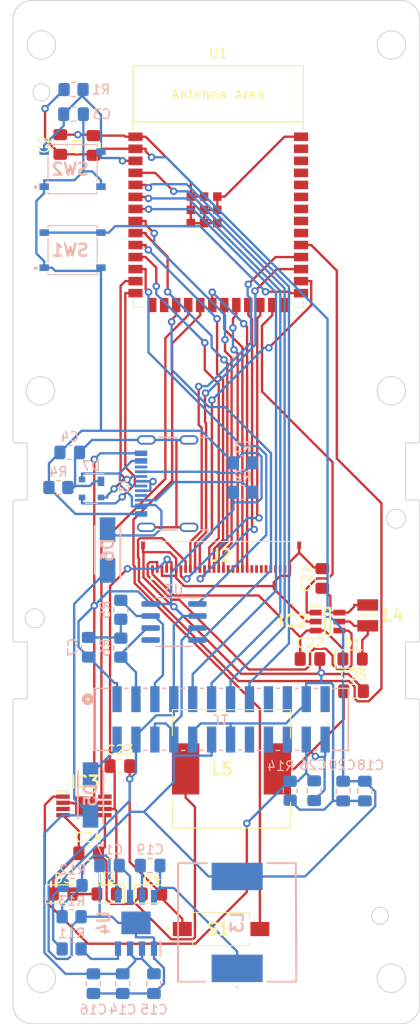
<source format=kicad_pcb>
(kicad_pcb (version 20221018) (generator pcbnew)
  (layers (0 "F.Cu" signal) (31 "B.Cu" signal) (34 "B.Paste" user) (35 "F.Paste" user) (36 "B.SilkS" user "B.Silkscreen") (37 "F.SilkS" user "F.Silkscreen") (38 "B.Mask" user) (39 "F.Mask" user) (44 "Edge.Cuts" user))
  (net 0 "")
  (net 1 "Net-(D7-GND)")
  (net 2 "/USB_D-")
  (net 3 "/USB_D+")
  (net 4 "+5V")
  (net 5 "/LCD_BL_SIG")
  (net 6 "GND")
  (net 7 "/LCD_BL+")
  (net 8 "/LCD_BL-")
  (net 9 "Net-(D1-A)")
  (net 10 "+3V3")
  (net 11 "/LED-")
  (net 13 "Net-(D3-K)")
  (net 14 "Net-(D4-K)")
  (net 15 "+3.3V")
  (net 16 "/LED_SIG")
  (net 17 "+36V")
  (net 18 "/CAN_L")
  (net 19 "/CAN_H")
  (net 20 "/BR2")
  (net 21 "/BR1")
  (net 22 "/THR1")
  (net 23 "/THR2")
  (net 29 "/SPK+")
  (net 30 "/LED+")
  (net 31 "/LCD_DB7")
  (net 32 "/LCD_DB6")
  (net 33 "/LCD_DB5")
  (net 34 "/LCD_DB4")
  (net 35 "/LCD_DB3")
  (net 36 "/LCD_DB2")
  (net 37 "/LCD_DB1")
  (net 38 "/LCD_DB0")
  (net 39 "/LCD_RD")
  (net 40 "/LCD_WR")
  (net 43 "/LCD_CS")
  (net 44 "/LCD_RS")
  (net 45 "/LCD_Reset")
  (net 54 "Net-(J3-CC2)")
  (net 56 "/ON{slash}OFF")
  (net 57 "Net-(U1-EN)")
  (net 58 "/CAN_TX")
  (net 61 "/CAN_RX")
  (net 72 "Net-(D5-K)")
  (net 73 "Net-(U4-PG)")
  (net 74 "Net-(U4-FB)")
  (net 75 "Net-(U4-VCC)")
  (net 76 "Net-(U4-BOOT)")
  (net 77 "Net-(U4-SW)")
  (net 78 "Net-(J3-CC1)")
  (net 79 "Net-(C7-Pad1)")
  (net 80 "Net-(D2-A)")
  (net 81 "Net-(U1-GPIO0{slash}Strap)")
  (footprint "Diode_SMD:D_0805_2012Metric_Pad1.15x1.40mm_HandSolder" (layer "F.Cu") (at 165.8 136.3)
    (fp_text reference "D3")
    (fp_text value "D_Schottky_Small")
  )
  (footprint "Capacitor_SMD:C_0805_2012Metric_Pad1.18x1.45mm_HandSolder" (layer "F.Cu") (at 193.2 103 90)
    (fp_text reference "C21")
    (fp_text value "4u7")
  )
  (footprint "Bird3Controller:PTS636SK43SMTRLFS" (layer "F.Cu") (at 182.5 140)
    (fp_text reference "S1")
    (fp_text value "PTS636_SK43_SMTR_LFS" hide)
  )
  (footprint "Diode_SMD:D_0805_2012Metric_Pad1.15x1.40mm_HandSolder" (layer "F.Cu") (at 196.4 111.5)
    (fp_text reference "D1")
    (fp_text value "D_Schottky_Small")
  )
  (footprint "Capacitor_SMD:C_0805_2012Metric_Pad1.18x1.45mm_HandSolder" (layer "F.Cu") (at 196.5 114.9)
    (fp_text reference "C25")
    (fp_text value "1u")
  )
  (footprint "Capacitor_SMD:C_0805_2012Metric_Pad1.18x1.45mm_HandSolder" (layer "F.Cu") (at 165.5 57.2 90)
    (fp_text reference "C2")
    (fp_text value "22u")
  )
  (footprint "Bird3Controller:INDC2520X100N" (layer "F.Cu") (at 198 106.9 -90)
    (fp_text reference "L4")
    (fp_text value "2u2" hide)
  )
  (footprint "Bird3Controller:SOT95P280X110-6N" (layer "F.Cu") (at 193.75 107.55)
    (fp_text reference "IC2")
    (fp_text value "LM3519MK-20_NOPB" hide)
  )
  (footprint "Bird3Controller:SOP65P490X109-9N" (layer "F.Cu") (at 168 127)
    (fp_text reference "IC3")
    (fp_text value "LM3405AXMY_NOPB" hide)
  )
  (footprint "Bird3Controller:ESP32-S3-WROOM-1" (layer "F.Cu") (at 182.2 64.64)
    (fp_text reference "U1")
    (fp_text value "ESP32-S3-WROOM-1")
  )
  (footprint "Capacitor_SMD:C_0805_2012Metric_Pad1.18x1.45mm_HandSolder" (layer "F.Cu") (at 171.8 122.8)
    (fp_text reference "C23")
    (fp_text value "10u")
  )
  (footprint "Diode_SMD:D_0805_2012Metric_Pad1.15x1.40mm_HandSolder" (layer "F.Cu") (at 170.4 136.3 180)
    (fp_text reference "D2")
    (fp_text value "D_Schottky_Small")
  )
  (footprint "Capacitor_SMD:C_0805_2012Metric_Pad1.18x1.45mm_HandSolder" (layer "F.Cu") (at 169 57.3 90)
    (fp_text reference "C1")
    (fp_text value "0.1u")
  )
  (footprint "Capacitor_SMD:C_0805_2012Metric_Pad1.18x1.45mm_HandSolder" (layer "F.Cu") (at 191.9 111.5)
    (fp_text reference "C22")
    (fp_text value "1u")
  )
  (footprint "Diode_SMD:D_0805_2012Metric_Pad1.15x1.40mm_HandSolder" (layer "F.Cu") (at 175.2 136.3)
    (fp_text reference "D4")
    (fp_text value "D_Schottky_Small")
  )
  (footprint "Bird3Controller:SRR1240270M" (layer "F.Cu") (at 183.6 123.1)
    (fp_text reference "L5")
    (fp_text value "27u" hide)
  )
  (footprint "Bird3Controller:FH34SRJ30S05SH50" (layer "F.Cu") (at 182.5 101.075 180)
    (fp_text reference "J2")
    (fp_text value "TXW154028S0 Connector" hide)
  )
  (footprint "Capacitor_SMD:C_0805_2012Metric_Pad1.18x1.45mm_HandSolder" (layer "F.Cu") (at 168.5 132)
    (fp_text reference "C24")
    (fp_text value "0.01u")
  )
  (footprint "Resistor_SMD:R_0805_2012Metric_Pad1.20x1.40mm_HandSolder" (layer "B.Cu") (at 166.7 142.1 180)
    (fp_text reference "R11")
    (fp_text value "100k")
  )
  (footprint "Bird3Controller:PTS526SK15SMTR2LFS" (layer "B.Cu") (at 166.8 59.8)
    (fp_text reference "SW2")
    (fp_text value "SW_Reset" hide)
  )
  (footprint "Capacitor_SMD:C_0805_2012Metric_Pad1.18x1.45mm_HandSolder" (layer "B.Cu") (at 169 145.7625 -90)
    (fp_text reference "C16")
    (fp_text value "4u7")
  )
  (footprint "Bird3Controller:DIOM5027X244M" (layer "B.Cu") (at 168.7 125.85 90)
    (fp_text reference "D5")
    (fp_text value "GS1J_R1_00001" hide)
  )
  (footprint "Capacitor_SMD:C_0805_2012Metric_Pad1.18x1.45mm_HandSolder" (layer "B.Cu") (at 166.5 89.7 180)
    (fp_text reference "C4")
    (fp_text value "4n7")
  )
  (footprint "Resistor_SMD:R_0805_2012Metric_Pad1.20x1.40mm_HandSolder" (layer "B.Cu") (at 171.9 110.3 -90)
    (fp_text reference "R6")
    (fp_text value "60")
  )
  (footprint "Bird3Controller:SOIC127P600X170-9N" (layer "B.Cu") (at 173.505 139.35 90)
    (fp_text reference "U4")
    (fp_text value "PLMR36520ADDAR" hide)
  )
  (footprint "Resistor_SMD:R_0805_2012Metric_Pad1.20x1.40mm_HandSolder" (layer "B.Cu") (at 189.8 125.4 -90)
    (fp_text reference "R14")
    (fp_text value "0.953Ω")
  )
  (footprint "Bird3Controller:DIOM5027X244M" (layer "B.Cu") (at 170.5 100 90)
    (fp_text reference "D6")
    (fp_text value "GS1J_R1_00001" hide)
  )
  (footprint "Capacitor_SMD:C_0805_2012Metric_Pad1.18x1.45mm_HandSolder" (layer "B.Cu") (at 175 133.3)
    (fp_text reference "C19")
    (fp_text value "100n")
  )
  (footprint "Bird3Controller:MOLEX_2171800001" (layer "B.Cu") (at 181.205 92.99 -90)
    (fp_text reference "J3")
    (fp_text value "2171800001")
  )
  (footprint "Capacitor_SMD:C_0805_2012Metric_Pad1.18x1.45mm_HandSolder" (layer "B.Cu") (at 175.4 145.7625 -90)
    (fp_text reference "C15")
    (fp_text value "220n")
  )
  (footprint "Resistor_SMD:R_0805_2012Metric_Pad1.20x1.40mm_HandSolder" (layer "B.Cu") (at 184.8 93.9 180)
    (fp_text reference "R2")
    (fp_text value "5k1")
  )
  (footprint "Capacitor_SMD:C_0805_2012Metric_Pad1.18x1.45mm_HandSolder" (layer "B.Cu") (at 195.4 125.4375 -90)
    (fp_text reference "C20")
    (fp_text value "100u")
  )
  (footprint "Capacitor_SMD:C_0805_2012Metric_Pad1.18x1.45mm_HandSolder" (layer "B.Cu") (at 192.3375 125.4 90)
    (fp_text reference "C26")
    (fp_text value "1u")
  )
  (footprint "Resistor_SMD:R_0805_2012Metric_Pad1.20x1.40mm_HandSolder" (layer "B.Cu") (at 166.9 51.4 180)
    (fp_text reference "R1")
    (fp_text value "4k7")
  )
  (footprint "Resistor_SMD:R_0805_2012Metric_Pad1.20x1.40mm_HandSolder" (layer "B.Cu") (at 171.9 106.3 -90)
    (fp_text reference "R5")
    (fp_text value "60")
  )
  (footprint "Capacitor_SMD:C_0805_2012Metric_Pad1.18x1.45mm_HandSolder" (layer "B.Cu") (at 168.5 110.2625 -90)
    (fp_text reference "C7")
    (fp_text value "4n7")
  )
  (footprint "Bird3Controller:PTS526SK15SMTR2LFS" (layer "B.Cu") (at 166.8 68.35)
    (fp_text reference "SW1")
    (fp_text value "SW_Boot" hide)
  )
  (footprint "Resistor_SMD:R_0805_2012Metric_Pad1.20x1.40mm_HandSolder" (layer "B.Cu") (at 166.7 138.7 180)
    (fp_text reference "R13")
    (fp_text value "43k2")
  )
  (footprint "Resistor_SMD:R_0805_2012Metric_Pad1.20x1.40mm_HandSolder" (layer "B.Cu") (at 166.8 135.4 180)
    (fp_text reference "R12")
    (fp_text value "100k")
  )
  (footprint "Capacitor_SMD:C_0805_2012Metric_Pad1.18x1.45mm_HandSolder" (layer "B.Cu") (at 166.9 54 180)
    (fp_text reference "C3")
    (fp_text value "0.1u")
  )
  (footprint "Resistor_SMD:R_0805_2012Metric_Pad1.20x1.40mm_HandSolder" (layer "B.Cu") (at 165.3 93.4 180)
    (fp_text reference "R4")
    (fp_text value "1M")
  )
  (footprint "Bird3Controller:SRR1260100M" (layer "B.Cu") (at 184.2 139.3 90)
    (fp_text reference "L3")
    (fp_text value "SRR1260-100M" hide)
  )
  (footprint "Package_SO:SOIC-8_3.9x4.9mm_P1.27mm" (layer "B.Cu") (at 177.525 107.595 180)
    (fp_text reference "U3")
    (fp_text value "SN65HVD231")
  )
  (footprint "Resistor_SMD:R_0805_2012Metric_Pad1.20x1.40mm_HandSolder" (layer "B.Cu") (at 184.8 90.8 180)
    (fp_text reference "R3")
    (fp_text value "5k1")
  )
  (footprint "Bird3Controller:CONN_87832-2420_MOL" (layer "B.Cu") (at 182.5 117.87)
    (fp_text reference "J1")
    (fp_text value "Bird 3 24-pin Connector")
  )
  (footprint "Package_TO_SOT_SMD:SOT-143" (layer "B.Cu") (at 168.8 93.5 180)
    (fp_text reference "D7")
    (fp_text value "PRTR5V0U2X")
  )
  (footprint "Capacitor_SMD:C_0805_2012Metric_Pad1.18x1.45mm_HandSolder" (layer "B.Cu") (at 170.7 133.3 180)
    (fp_text reference "C17")
    (fp_text value "1u")
  )
  (footprint "Capacitor_SMD:C_0805_2012Metric_Pad1.18x1.45mm_HandSolder" (layer "B.Cu") (at 172.1 145.7625 -90)
    (fp_text reference "C14")
    (fp_text value "4u7")
  )
  (footprint "Capacitor_SMD:C_0805_2012Metric_Pad1.18x1.45mm_HandSolder" (layer "B.Cu") (at 197.7 125.4375 -90)
    (fp_text reference "C18")
    (fp_text value "100u")
  )
  (gr_line locked (start 160.5 148) (end 160.5 115.95) (stroke (width 0.1)) (layer "Edge.Cuts"))
  (gr_circle locked (center 162.8 107.2) (end 163.8 107.2) (stroke (width 0.1)) (fill none) (layer "Edge.Cuts"))
  (gr_arc locked (start 203.25 115.7) (mid 203.426777 115.773223) (end 203.5 115.95) (stroke (width 0.1)) (layer "Edge.Cuts"))
  (gr_line locked (start 203.25 88.7) (end 202 88.7) (stroke (width 0.1)) (layer "Edge.Cuts"))
  (gr_line locked (start 202 94.7) (end 203.25 94.7) (stroke (width 0.1)) (layer "Edge.Cuts"))
  (gr_arc locked (start 203.25 94.7) (mid 203.426777 94.773223) (end 203.5 94.95) (stroke (width 0.1)) (layer "Edge.Cuts"))
  (gr_circle locked (center 163.4 83.2) (end 161.9 83.2) (stroke (width 0.1)) (fill none) (layer "Edge.Cuts"))
  (gr_line locked (start 201.5 42) (end 162.5 42) (stroke (width 0.1)) (layer "Edge.Cuts"))
  (gr_circle locked (center 199.3 138.6) (end 200.2 138.6) (stroke (width 0.1)) (fill none) (layer "Edge.Cuts"))
  (gr_arc locked (start 160.5 44) (mid 161.085786 42.585786) (end 162.5 42) (stroke (width 0.1)) (layer "Edge.Cuts"))
  (gr_line locked (start 202 109.7) (end 202 115.7) (stroke (width 0.1)) (layer "Edge.Cuts"))
  (gr_line locked (start 160.5 109.45) (end 160.5 94.95) (stroke (width 0.1)) (layer "Edge.Cuts"))
  (gr_line locked (start 203.5 94.95) (end 203.5 109.45) (stroke (width 0.1)) (layer "Edge.Cuts"))
  (gr_arc locked (start 203.5 109.45) (mid 203.426777 109.626777) (end 203.25 109.7) (stroke (width 0.1)) (layer "Edge.Cuts"))
  (gr_line locked (start 162 94.7) (end 162 88.7) (stroke (width 0.1)) (layer "Edge.Cuts"))
  (gr_line locked (start 203.25 109.7) (end 202 109.7) (stroke (width 0.1)) (layer "Edge.Cuts"))
  (gr_line locked (start 160.5 88.45) (end 160.5 44) (stroke (width 0.1)) (layer "Edge.Cuts"))
  (gr_line locked (start 202 88.7) (end 202 94.7) (stroke (width 0.1)) (layer "Edge.Cuts"))
  (gr_arc locked (start 201.5 42) (mid 202.914214 42.585786) (end 203.5 44) (stroke (width 0.1)) (layer "Edge.Cuts"))
  (gr_arc locked (start 160.75 88.7) (mid 160.573223 88.626777) (end 160.5 88.45) (stroke (width 0.1)) (layer "Edge.Cuts"))
  (gr_line locked (start 162 109.7) (end 160.75 109.7) (stroke (width 0.1)) (layer "Edge.Cuts"))
  (gr_arc locked (start 160.5 115.95) (mid 160.573223 115.773223) (end 160.75 115.7) (stroke (width 0.1)) (layer "Edge.Cuts"))
  (gr_arc locked (start 203.5 88.45) (mid 203.426777 88.626777) (end 203.25 88.7) (stroke (width 0.1)) (layer "Edge.Cuts"))
  (gr_line locked (start 203.5 44) (end 203.5 88.45) (stroke (width 0.1)) (layer "Edge.Cuts"))
  (gr_arc locked (start 203.5 148) (mid 202.914214 149.414214) (end 201.5 150) (stroke (width 0.1)) (layer "Edge.Cuts"))
  (gr_circle locked (center 163.5 145.2) (end 165 145.2) (stroke (width 0.1)) (fill none) (layer "Edge.Cuts"))
  (gr_arc locked (start 160.5 94.95) (mid 160.573223 94.773223) (end 160.75 94.7) (stroke (width 0.1)) (layer "Edge.Cuts"))
  (gr_line locked (start 201.5 150) (end 162.5 150) (stroke (width 0.1)) (layer "Edge.Cuts"))
  (gr_circle locked (center 163.5 51.7) (end 164.4 51.7) (stroke (width 0.1)) (fill none) (layer "Edge.Cuts"))
  (gr_circle locked (center 201 96.7) (end 202 96.7) (stroke (width 0.1)) (fill none) (layer "Edge.Cuts"))
  (gr_line locked (start 203.5 115.95) (end 203.5 148) (stroke (width 0.1)) (layer "Edge.Cuts"))
  (gr_line locked (start 202 115.7) (end 203.25 115.7) (stroke (width 0.1)) (layer "Edge.Cuts"))
  (gr_arc locked (start 162.5 150) (mid 161.085786 149.414214) (end 160.5 148) (stroke (width 0.1)) (layer "Edge.Cuts"))
  (gr_line locked (start 160.75 94.7) (end 162 94.7) (stroke (width 0.1)) (layer "Edge.Cuts"))
  (gr_circle locked (center 200.5 46.7) (end 199 46.7) (stroke (width 0.1)) (fill none) (layer "Edge.Cuts"))
  (gr_line locked (start 160.75 115.7) (end 162 115.7) (stroke (width 0.1)) (layer "Edge.Cuts"))
  (gr_arc locked (start 160.75 109.7) (mid 160.573223 109.626777) (end 160.5 109.45) (stroke (width 0.1)) (layer "Edge.Cuts"))
  (gr_circle locked (center 200.5 145.2) (end 199 145.2) (stroke (width 0.1)) (fill none) (layer "Edge.Cuts"))
  (gr_line locked (start 162 88.7) (end 160.75 88.7) (stroke (width 0.1)) (layer "Edge.Cuts"))
  (gr_circle locked (center 200.5 83.2) (end 199 83.2) (stroke (width 0.1)) (fill none) (layer "Edge.Cuts"))
  (gr_circle locked (center 163.5 46.7) (end 165 46.7) (stroke (width 0.1)) (fill none) (layer "Edge.Cuts"))
  (gr_line locked (start 162 115.7) (end 162 109.7) (stroke (width 0.1)) (layer "Edge.Cuts"))
  (segment (start 179.105 88.38) (end 177.7781 88.38) (width 0.25) (layer "F.Cu") (net 1))
  (segment (start 179.105 97.6) (end 177.7781 97.6) (width 0.25) (layer "F.Cu") (net 1))
  (segment (start 177.7781 97.6) (end 177.7781 88.38) (width 0.25) (layer "F.Cu") (net 1))
  (segment (start 174.605 97.6) (end 177.7781 97.6) (width 0.25) (layer "F.Cu") (net 1))
  (segment (start 174.605 88.38) (end 168.8575 88.38) (width 0.25) (layer "B.Cu") (net 1))
  (segment (start 168.8575 88.38) (end 167.5375 89.7) (width 0.25) (layer "B.Cu") (net 1))
  (segment (start 179.105 88.38) (end 177.7781 88.38) (width 0.25) (layer "B.Cu") (net 1))
  (segment (start 177.7781 88.38) (end 174.605 88.38) (width 0.25) (layer "B.Cu") (net 1))
  (segment (start 167.5375 89.7) (end 167.069 90.1685) (width 0.25) (layer "B.Cu") (net 1))
  (segment (start 169.8 92.75) (end 169.1231 92.75) (width 0.25) (layer "B.Cu") (net 1))
  (segment (start 168.6356 93.2375) (end 167.069 93.2375) (width 0.25) (layer "B.Cu") (net 1))
  (segment (start 166.9065 93.4) (end 167.069 93.2375) (width 0.25) (layer "B.Cu") (net 1))
  (segment (start 166.3 93.4) (end 166.9065 93.4) (width 0.25) (layer "B.Cu") (net 1))
  (segment (start 167.069 90.1685) (end 167.069 93.2375) (width 0.25) (layer "B.Cu") (net 1))
  (segment (start 169.1231 92.75) (end 168.6356 93.2375) (width 0.25) (layer "B.Cu") (net 1))
  (segment (start 172.3731 71.62) (end 171.8768 72.1163) (width 0.25) (layer "F.Cu") (net 2))
  (segment (start 172.451 92.5557) (end 172.5518 92.5557) (width 0.25) (layer "F.Cu") (net 2))
  (segment (start 171.8768 91.9815) (end 172.3109 92.4155) (width 0.25) (layer "F.Cu") (net 2))
  (segment (start 171.8768 72.1163) (end 171.8768 91.9815) (width 0.25) (layer "F.Cu") (net 2))
  (segment (start 173.45 71.62) (end 172.3731 71.62) (width 0.25) (layer "F.Cu") (net 2))
  (segment (start 172.3109 92.4155) (end 171.1857 93.5407) (width 0.25) (layer "F.Cu") (net 2))
  (segment (start 172.3109 92.4155) (end 172.451 92.5557) (width 0.25) (layer "F.Cu") (net 2))
  (via (at 172.5518 92.5557) (size 0.8) (drill 0.4) (layers "F.Cu" "B.Cu") (net 2))
  (via (at 171.1857 93.5407) (size 0.8) (drill 0.4) (layers "F.Cu" "B.Cu") (net 2))
  (segment (start 172.8104 92.5557) (end 172.8104 92.9823) (width 0.25) (layer "B.Cu") (net 2))
  (segment (start 174.045 93.24) (end 173.0681 93.24) (width 0.25) (layer "B.Cu") (net 2))
  (segment (start 170.4769 94.45) (end 170.4769 94.2495) (width 0.25) (layer "B.Cu") (net 2))
  (segment (start 174.045 92.24) (end 173.0681 92.24) (width 0.25) (layer "B.Cu") (net 2))
  (segment (start 173.0681 92.298) (end 172.8104 92.5557) (width 0.25) (layer "B.Cu") (net 2))
  (segment (start 172.8104 92.5557) (end 172.5518 92.5557) (width 0.25) (layer "B.Cu") (net 2))
  (segment (start 173.0681 92.24) (end 173.0681 92.298) (width 0.25) (layer "B.Cu") (net 2))
  (segment (start 169.8 94.45) (end 170.4769 94.45) (width 0.25) (layer "B.Cu") (net 2))
  (segment (start 170.4769 94.2495) (end 171.1857 93.5407) (width 0.25) (layer "B.Cu") (net 2))
  (segment (start 172.8104 92.9823) (end 173.0681 93.24) (width 0.25) (layer "B.Cu") (net 2))
  (segment (start 173.3794 92.2546) (end 172.3731 91.2483) (width 0.25) (layer "F.Cu") (net 3))
  (segment (start 173.3794 92.7644) (end 175.2969 92.7644) (width 0.25) (layer "F.Cu") (net 3))
  (segment (start 173.45 72.89) (end 172.3731 72.89) (width 0.25) (layer "F.Cu") (net 3))
  (segment (start 172.3731 91.2483) (end 172.3731 72.89) (width 0.25) (layer "F.Cu") (net 3))
  (segment (start 172.0433 94.3936) (end 173.3794 93.0575) (width 0.25) (layer "F.Cu") (net 3))
  (segment (start 173.3794 93.0575) (end 173.3794 92.7644) (width 0.25) (layer "F.Cu") (net 3))
  (segment (start 173.3794 92.7644) (end 173.3794 92.2546) (width 0.25) (layer "F.Cu") (net 3))
  (via (at 172.0433 94.3936) (size 0.8) (drill 0.4) (layers "F.Cu" "B.Cu") (net 3))
  (via (at 175.2969 92.7644) (size 0.8) (drill 0.4) (layers "F.Cu" "B.Cu") (net 3))
  (segment (start 175.0219 92.7644) (end 175.0219 92.74) (width 0.25) (layer "B.Cu") (net 3))
  (segment (start 175.0219 93.74) (end 175.0219 92.7644) (width 0.25) (layer "B.Cu") (net 3))
  (segment (start 174.045 92.74) (end 175.0219 92.74) (width 0.25) (layer "B.Cu") (net 3))
  (segment (start 174.045 93.74) (end 175.0219 93.74) (width 0.25) (layer "B.Cu") (net 3))
  (segment (start 175.0219 92.7644) (end 175.2969 92.7644) (width 0.25) (layer "B.Cu") (net 3))
  (segment (start 167.8 94.45) (end 167.8 95.0769) (width 0.25) (layer "B.Cu") (net 3))
  (segment (start 167.8 95.0769) (end 171.36 95.0769) (width 0.25) (layer "B.Cu") (net 3))
  (segment (start 171.36 95.0769) (end 172.0433 94.3936) (width 0.25) (layer "B.Cu") (net 3))
  (segment (start 175.4251 98.4586) (end 171.1086 98.4586) (width 0.25) (layer "B.Cu") (net 4))
  (segment (start 174.1825 95.2525) (end 175.566 95.2525) (width 0.25) (layer "B.Cu") (net 4))
  (segment (start 174.045 90.59) (end 173.0681 90.59) (width 0.25) (layer "B.Cu") (net 4))
  (segment (start 173.9164 95.39) (end 173.0681 95.39) (width 0.25) (layer "B.Cu") (net 4))
  (segment (start 167.8 92.55) (end 167.8 91.9231) (width 0.25) (layer "B.Cu") (net 4))
  (segment (start 174.045 95.39) (end 174.1825 95.2525) (width 0.25) (layer "B.Cu") (net 4))
  (segment (start 173.0681 95.39) (end 173.0681 94.3869) (width 0.25) (layer "B.Cu") (net 4))
  (segment (start 171.1086 98.4586) (end 170.5 97.85) (width 0.25) (layer "B.Cu") (net 4))
  (segment (start 176.1911 95.8776) (end 176.1911 97.6926) (width 0.25) (layer "B.Cu") (net 4))
  (segment (start 174.045 95.39) (end 173.9164 95.39) (width 0.25) (layer "B.Cu") (net 4))
  (segment (start 171.8023 91.9231) (end 171.8023 91.8558) (width 0.25) (layer "B.Cu") (net 4))
  (segment (start 175.566 95.2525) (end 176.1911 95.8776) (width 0.25) (layer "B.Cu") (net 4))
  (segment (start 171.8023 91.8558) (end 173.0681 90.59) (width 0.25) (layer "B.Cu") (net 4))
  (segment (start 171.8023 93.1211) (end 171.8023 91.9231) (width 0.25) (layer "B.Cu") (net 4))
  (segment (start 173.0681 94.3869) (end 171.8023 93.1211) (width 0.25) (layer "B.Cu") (net 4))
  (segment (start 176.1911 97.6926) (end 175.4251 98.4586) (width 0.25) (layer "B.Cu") (net 4))
  (segment (start 167.8 91.9231) (end 171.8023 91.9231) (width 0.25) (layer "B.Cu") (net 4))
  (segment (start 191.5481 104.0532) (end 192.6013 103) (width 0.25) (layer "F.Cu") (net 5))
  (segment (start 192.6013 103) (end 193.8163 103) (width 0.25) (layer "F.Cu") (net 5))
  (segment (start 186.8234 76.3085) (end 187.915 75.2169) (width 0.25) (layer "F.Cu") (net 5))
  (segment (start 187.915 74.14) (end 187.915 75.2169) (width 0.25) (layer "F.Cu") (net 5))
  (segment (start 194.2836 90.729) (end 186.8234 83.2688) (width 0.25) (layer "F.Cu") (net 5))
  (segment (start 191.5481 106.6) (end 191.5481 104.0532) (width 0.25) (layer "F.Cu") (net 5))
  (segment (start 193.8163 103) (end 194.2836 102.5327) (width 0.25) (layer "F.Cu") (net 5))
  (segment (start 194.2836 102.5327) (end 194.2836 90.729) (width 0.25) (layer "F.Cu") (net 5))
  (segment (start 192.5 106.6) (end 191.5481 106.6) (width 0.25) (layer "F.Cu") (net 5))
  (segment (start 186.8234 83.2688) (end 186.8234 76.3085) (width 0.25) (layer "F.Cu") (net 5))
  (segment (start 188.0639 103.4145) (end 188.7515 102.7269) (width 0.25) (layer "F.Cu") (net 6))
  (segment (start 188.0639 103.8051) (end 188.0639 103.4145) (width 0.25) (layer "F.Cu") (net 6))
  (segment (start 182.1 65.5) (end 181.3231 65.5) (width 0.25) (layer "F.Cu") (net 6))
  (segment (start 178.4 140) (end 178.4 138.9231) (width 0.25) (layer "F.Cu") (net 6))
  (segment (start 168 126.754) (end 168 127) (width 0.25) (layer "F.Cu") (net 6))
  (segment (start 180.7 65.5) (end 181.3231 65.5) (width 0.25) (layer "F.Cu") (net 6))
  (segment (start 174.2941 100.2269) (end 177.0809 100.2269) (width 0.25) (layer "F.Cu") (net 6))
  (segment (start 179.3 65.5) (end 179.3 64.8769) (width 0.25) (layer "F.Cu") (net 6))
  (segment (start 182.1 64.1) (end 181.3231 64.1) (width 0.25) (layer "F.Cu") (net 6))
  (segment (start 192.6816 113.0613) (end 192.9375 112.8054) (width 0.25) (layer "F.Cu") (net 6))
  (segment (start 167.3614 56.1625) (end 165.5 56.1625) (width 0.25) (layer "F.Cu") (net 6))
  (segment (start 197.5375 114.9) (end 197.5375 114.6603) (width 0.25) (layer "F.Cu") (net 6))
  (segment (start 174.2941 100.2269) (end 174.25 100.2269) (width 0.25) (layer "F.Cu") (net 6))
  (segment (start 172.8375 132.9125) (end 172.8375 124.1574) (width 0.25) (layer "F.Cu") (net 6))
  (segment (start 176.225 136.3) (end 172.8375 132.9125) (width 0.25) (layer "F.Cu") (net 6))
  (segment (start 174.2941 100.2269) (end 174.2941 102.8839) (width 0.25) (layer "F.Cu") (net 6))
  (segment (start 188.0639 103.8051) (end 178.5921 103.8051) (width 0.25) (layer "F.Cu") (net 6))
  (segment (start 168.2458 126.5082) (end 168 126.754) (width 0.25) (layer "F.Cu") (net 6))
  (segment (start 193.0787 101.8412) (end 193.0787 101.8411) (width 0.25) (layer "F.Cu") (net 6))
  (segment (start 190.75 100.2731) (end 190.75 99.5) (width 0.25) (layer "F.Cu") (net 6))
  (segment (start 169.0915 105.8693) (end 169.0914 105.8693) (width 0.25) (layer "F.Cu") (net 6))
  (segment (start 182.1 62.7) (end 182.8769 62.7) (width 0.25) (layer "F.Cu") (net 6))
  (segment (start 170.212 126.675) (end 169.1726 126.675) (width 0.25) (layer "F.Cu") (net 6))
  (segment (start 168.9 56.1625) (end 167.3614 56.1625) (width 0.25) (layer "F.Cu") (net 6))
  (segment (start 173.45 56.38) (end 174.5269 56.38) (width 0.25) (layer "F.Cu") (net 6))
  (segment (start 169.0058 126.5082) (end 168.2458 126.5082) (width 0.25) (layer "F.Cu") (net 6))
  (segment (start 193.2101 113.078) (end 193.0949 112.9628) (width 0.25) (layer "F.Cu") (net 6))
  (segment (start 179.3 61.1531) (end 174.5269 56.38) (width 0.25) (layer "F.Cu") (net 6))
  (segment (start 169 56.2625) (end 172.2556 56.2625) (width 0.25) (layer "F.Cu") (net 6))
  (segment (start 172.8375 124.1574) (end 172.8375 122.8) (width 0.25) (layer "F.Cu") (net 6))
  (segment (start 188.7515 102.7269) (end 189.75 102.7269) (width 0.25) (layer "F.Cu") (net 6))
  (segment (start 192.9375 112.8054) (end 192.9375 111.5) (width 0.25) (layer "F.Cu") (net 6))
  (segment (start 169.0914 105.8693) (end 169.0914 126.4226) (width 0.25) (layer "F.Cu") (net 6))
  (segment (start 188.75 102.6135) (end 188.75 102.7254) (width 0.25) (layer "F.Cu") (net 6))
  (segment (start 180.7 65.5) (end 180.7 64.1) (width 0.25) (layer "F.Cu") (net 6))
  (segment (start 179.3 64.1) (end 179.3 62.7) (width 0.25) (layer "F.Cu") (net 6))
  (segment (start 180.7 62.7) (end 179.9231 62.7) (width 0.25) (layer "F.Cu") (net 6))
  (segment (start 193.0787 101.8411) (end 192.318 101.8411) (width 0.25) (layer "F.Cu") (net 6))
  (segment (start 184.5924 113.0613) (end 192.6816 113.0613) (width 0.25) (layer "F.Cu") (net 6))
  (segment (start 176.25 102) (end 176.25 102.7269) (width 0.25) (layer "F.Cu") (net 6))
  (segment (start 177.75 102) (end 177.75 102.7269) (width 0.25) (layer "F.Cu") (net 6))
  (segment (start 173.45 56.38) (end 172.3731 56.38) (width 0.25) (layer "F.Cu") (net 6))
  (segment (start 176.225 136.7481) (end 176.225 136.3) (width 0.25) (layer "F.Cu") (net 6))
  (segment (start 177.75 102.7269) (end 176.25 102.7269) (width 0.25) (layer "F.Cu") (net 6))
  (segment (start 168 126.754) (end 166.9064 126.754) (width 0.25) (layer "F.Cu") (net 6))
  (segment (start 191.5481 107.55) (end 188.0639 104.0658) (width 0.25) (layer "F.Cu") (net 6))
  (segment (start 189.75 102) (end 189.75 101.2731) (width 0.25) (layer "F.Cu") (net 6))
  (segment (start 188.75 102.7254) (end 188.7515 102.7269) (width 0.25) (layer "F.Cu") (net 6))
  (segment (start 193.2 101.9625) (end 193.0787 101.8412) (width 0.25) (layer "F.Cu") (net 6))
  (segment (start 179.3 62.7) (end 179.9231 62.7) (width 0.25) (layer "F.Cu") (net 6))
  (segment (start 177.75 100.896) (end 177.75 102) (width 0.25) (layer "F.Cu") (net 6))
  (segment (start 179.3 64.4884) (end 179.3 64.1) (width 0.25) (layer "F.Cu") (net 6))
  (segment (start 179.3 65.5) (end 180.7 65.5) (width 0.25) (layer "F.Cu") (net 6))
  (segment (start 182.1 64.1) (end 182.1 62.7) (width 0.25) (layer "F.Cu") (net 6))
  (segment (start 177.0809 100.2269) (end 177.75 100.896) (width 0.25) (layer "F.Cu") (net 6))
  (segment (start 178.4 138.9231) (end 176.225 136.7481) (width 0.25) (layer "F.Cu") (net 6))
  (segment (start 179.3 64.4884) (end 179.3 64.8769) (width 0.25) (layer "F.Cu") (net 6))
  (segment (start 178.5921 103.8051) (end 177.75 102.963) (width 0.25) (layer "F.Cu") (net 6))
  (segment (start 177.3854 105.9752) (end 177.5063 105.9752) (width 0.25) (layer "F.Cu") (net 6))
  (segment (start 169.0915 105.8693) (end 169.0915 90.4244) (width 0.25) (layer "F.Cu") (net 6))
  (segment (start 192.5 107.55) (end 191.5481 107.55) (width 0.25) (layer "F.Cu") (net 6))
  (segment (start 165.788 126.675) (end 166.8274 126.675) (width 0.25) (layer "F.Cu") (net 6))
  (segment (start 169.0914 126.4226) (end 169.0058 126.5082) (width 0.25) (layer "F.Cu") (net 6))
  (segment (start 195.9552 113.078) (end 193.2101 113.078) (width 0.25) (layer "F.Cu") (net 6))
  (segment (start 172.2556 56.2625) (end 172.3731 56.38) (width 0.25) (layer "F.Cu") (net 6))
  (segment (start 180.7 64.1) (end 181.3231 64.1) (width 0.25) (layer "F.Cu") (net 6))
  (segment (start 179.3 62.7) (end 179.3 61.1531) (width 0.25) (layer "F.Cu") (net 6))
  (segment (start 169 56.2625) (end 168.9 56.1625) (width 0.25) (layer "F.Cu") (net 6))
  (segment (start 188.0639 104.0658) (end 188.0639 103.8051) (width 0.25) (layer "F.Cu") (net 6))
  (segment (start 197.5375 114.6603) (end 195.9552 113.078) (width 0.25) (layer "F.Cu") (net 6))
  (segment (start 174.25 99.5) (end 174.25 100.2269) (width 0.25) (layer "F.Cu") (net 6))
  (segment (start 190.95 56.38) (end 189.1969 56.38) (width 0.25) (layer "F.Cu") (net 6))
  (segment (start 177.75 102.963) (end 177.75 102.7269) (width 0.25) (layer "F.Cu") (net 6))
  (segment (start 189.75 102) (end 189.75 102.7269) (width 0.25) (layer "F.Cu") (net 6))
  (segment (start 166.9064 126.754) (end 166.8274 126.675) (width 0.25) (layer "F.Cu") (net 6))
  (segment (start 193.0949 112.9628) (end 192.9375 112.8054) (width 0.25) (layer "F.Cu") (net 6))
  (segment (start 192.318 101.8411) (end 190.75 100.2731) (width 0.25) (layer "F.Cu") (net 6))
  (segment (start 188.75 102) (end 188.75 102.6135) (width 0.25) (layer "F.Cu") (net 6))
  (segment (start 174.2941 102.8839) (end 177.3854 105.9752) (width 0.25) (layer "F.Cu") (net 6))
  (segment (start 189.75 101.2731) (end 190.75 100.2731) (width 0.25) (layer "F.Cu") (net 6))
  (segment (start 177.5063 105.9752) (end 184.5924 113.0613) (width 0.25) (layer "F.Cu") (net 6))
  (segment (start 169.0058 126.5082) (end 169.1726 126.675) (width 0.25) (layer "F.Cu") (net 6))
  (segment (start 189.1969 56.38) (end 182.8769 62.7) (width 0.25) (layer "F.Cu") (net 6))
  (via (at 167.3614 56.1625) (size 0.8) (drill 0.4) (layers "F.Cu" "B.Cu") (net 6))
  (via (at 169.0915 105.8693) (size 0.8) (drill 0.4) (layers "F.Cu" "B.Cu") (net 6))
  (via (at 172.8375 124.1574) (size 0.8) (drill 0.4) (layers "F.Cu" "B.Cu") (net 6))
  (via (at 169.0915 90.4244) (size 0.8) (drill 0.4) (layers "F.Cu" "B.Cu") (net 6))
  (via (at 193.0949 112.9628) (size 0.8) (drill 0.4) (layers "F.Cu" "B.Cu") (net 6))
  (via (at 177.5063 105.9752) (size 0.8) (drill 0.4) (layers "F.Cu" "B.Cu") (net 6))
  (segment (start 177.5 117.3251) (end 177.5 117.437) (width 0.25) (layer "B.Cu") (net 6))
  (segment (start 167.09 96.19) (end 164.3 93.4) (width 0.25) (layer "B.Cu") (net 6))
  (segment (start 191.5 115.74) (end 191.5 114.0415) (width 0.25) (layer "B.Cu") (net 6))
  (segment (start 165.4625 89.7) (end 164.3 90.8625) (width 0.25) (layer "B.Cu") (net 6))
  (segment (start 186.7783 90.156) (end 186.7783 94.5392) (width 0.25) (layer "B.Cu") (net 6))
  (segment (start 194.3207 126.475) (end 195.4 126.475) (width 0.25) (layer "B.Cu") (net 6))
  (segment (start 169.8 70.8769) (end 169.8 87.4141) (width 0.25) (layer "B.Cu") (net 6))
  (segment (start 177.5063 105.9752) (end 178.4911 106.96) (width 0.25) (layer "B.Cu") (net 6))
  (segment (start 173.0681 89.79) (end 169.7259 89.79) (width 0.25) (layer "B.Cu") (net 6))
  (segment (start 183.5 119.2074) (end 183.5 120) (width 0.25) (layer "B.Cu") (net 6))
  (segment (start 189.8 126.4) (end 190.8035 127.4035) (width 0.25) (layer "B.Cu") (net 6))
  (segment (start 166.9999 60.9731) (end 167.9375 60.0355) (width 0.25) (layer "B.Cu") (net 6))
  (segment (start 176.4577 144.1176) (end 175.4915 143.1514) (width 0.25) (layer "B.Cu") (net 6))
  (segment (start 169.6625 138.7) (end 169.6625 133.3) (width 0.25) (layer "B.Cu") (net 6))
  (segment (start 183.5 118.4149) (end 183.5 118.303) (width 0.25) (layer "B.Cu") (net 6))
  (segment (start 162.9731 68.6962) (end 162.9731 63.1538) (width 0.25) (layer "B.Cu") (net 6))
  (segment (start 163.8 70.2) (end 164.6269 70.2) (width 0.25) (layer "B.Cu") (net 6))
  (segment (start 175.41 142.062) (end 175.41 143.1514) (width 0.25) (layer "B.Cu") (net 6))
  (segment (start 194.3486 121.5648) (end 194.3207 121.5927) (width 0.25) (layer "B.Cu") (net 6))
  (segment (start 175.41 142.062) (end 175.41 140.9726) (width 0.25) (layer "B.Cu") (net 6))
  (segment (start 180.4141 87.4141) (end 183.8 90.8) (width 0.25) (layer "B.Cu") (net 6))
  (segment (start 183.5 119.2074) (end 183.5 118.4149) (width 0.25) (layer "B.Cu") (net 6))
  (segment (start 171.2415 114.0415) (end 168.5 111.3) (width 0.25) (layer "B.Cu") (net 6))
  (segment (start 167.9375 60.0355) (end 167.9375 56.1625) (width 0.25) (layer "B.Cu") (net 6))
  (segment (start 177.5 117.437) (end 177.5 117.4385) (width 0.25) (layer "B.Cu") (net 6))
  (segment (start 175.6503 117.4385) (end 173.5 119.5888) (width 0.25) (layer "B.Cu") (net 6))
  (segment (start 171.5 115.74) (end 171.5 114.0415) (width 0.25) (layer "B.Cu") (net 6))
  (segment (start 178.4911 106.96) (end 180 106.96) (width 0.25) (layer "B.Cu") (net 6))
  (segment (start 173.5 121.6985) (end 173.5 123.4949) (width 0.25) (layer "B.Cu") (net 6))
  (segment (start 193.0949 114.0415) (end 194.1475 114.0415) (width 0.25) (layer "B.Cu") (net 6))
  (segment (start 190.8035 127.4035) (end 193.3922 127.4035) (width 0.25) (layer "B.Cu") (net 6))
  (segment (start 173.7189 104.3589) (end 170.6019 104.3589) (width 0.25) (layer "B.Cu") (net 6))
  (segment (start 169.8 70.5384) (end 169.8 70.8769) (width 0.25) (layer "B.Cu") (net 6))
  (segment (start 172.8375 126.4625) (end 164.2722 135.0278) (width 0.25) (layer "B.Cu") (net 6))
  (segment (start 169.8 70.5384) (end 164.9653 70.5384) (width 0.25) (layer "B.Cu") (net 6))
  (segment (start 169.8 70.2) (end 169.8 70.5384) (width 0.25) (layer "B.Cu") (net 6))
  (segment (start 174.045 89.79) (end 173.0681 89.79) (width 0.25) (layer "B.Cu") (net 6))
  (segment (start 194.1475 114.0415) (end 194.3486 114.2426) (width 0.25) (layer "B.Cu") (net 6))
  (segment (start 164.2722 135.0278) (end 164.2722 142.3094) (width 0.25) (layer "B.Cu") (net 6))
  (segment (start 184.8398 89.7602) (end 186.3825 89.7602) (width 0.25) (layer "B.Cu") (net 6))
  (segment (start 171.5 114.0415) (end 171.2415 114.0415) (width 0.25) (layer "B.Cu") (net 6))
  (segment (start 167.9375 56.1625) (end 167.3614 56.1625) (width 0.25) (layer "B.Cu") (net 6))
  (segment (start 173.505 139.35) (end 173.505 140.8769) (width 0.25) (layer "B.Cu") (net 6))
  (segment (start 173.5 119.5888) (end 173.5 120) (width 0.25) (layer "B.Cu") (net 6))
  (segment (start 169.8 61.65) (end 169.8 60.9731) (width 0.25) (layer "B.Cu") (net 6))
  (segment (start 172.1 146.8) (end 175.4 146.8) (width 0.25) (layer "B.Cu") (net 6))
  (segment (start 175.05 105.69) (end 173.7189 104.3589) (width 0.25) (layer "B.Cu") (net 6))
  (segment (start 179.5 120) (end 179.5 119.1507) (width 0.25) (layer "B.Cu") (net 6))
  (segment (start 173.505 139.35) (end 171.6281 139.35) (width 0.25) (layer "B.Cu") (net 6))
  (segment (start 177.5 117.4385) (end 175.6503 117.4385) (width 0.25) (layer "B.Cu") (net 6))
  (segment (start 167.4261 107.5347) (end 169.0915 105.8693) (width 0.25) (layer "B.Cu") (net 6))
  (segment (start 183.8 90.8) (end 184.8398 89.7602) (width 0.25) (layer "B.Cu") (net 6))
  (segment (start 164.9653 70.5384) (end 164.6269 70.2) (width 0.25) (layer "B.Cu") (net 6))
  (segment (start 177.2211 102.3435) (end 183.8 95.7646) (width 0.25) (layer "B.Cu") (net 6))
  (segment (start 183.5 118.3015) (end 180.3492 118.3015) (width 0.25) (layer "B.Cu") (net 6))
  (segment (start 177.5 116.4758) (end 177.5 115.74) (width 0.25) (layer "B.Cu") (net 6))
  (segment (start 167.9375 60.0355) (end 168.8624 60.0355) (width 0.25) (layer "B.Cu") (net 6))
  (segment (start 180.3492 118.3015) (end 179.5 119.1507) (width 0.25) (layer "B.Cu") (net 6))
  (segment (start 175.05 105.69) (end 177.2211 105.69) (width 0.25) (layer "B.Cu") (net 6))
  (segment (start 166.7 139.7) (end 167.7 138.7) (width 0.25) (layer "B.Cu") (net 6))
  (segment (start 175.3143 140.8769) (end 175.41 140.9726) (width 0.25) (layer "B.Cu") (net 6))
  (segment (start 173.5 123.4949) (end 172.8375 124.1574) (width 0.25) (layer "B.Cu") (net 6))
  (segment (start 174.045 96.19) (end 167.09 96.19) (width 0.25) (layer "B.Cu") (net 6))
  (segment (start 173.5 120) (end 173.5 121.6985) (width 0.25) (layer "B.Cu") (net 6))
  (segment (start 172.8375 124.1574) (end 172.8375 126.4625) (width 0.25) (layer "B.Cu") (net 6))
  (segment (start 177.5 116.4758) (end 177.5 117.3251) (width 0.25) (layer "B.Cu") (net 6))
  (segment (start 193.0949 114.0415) (end 193.0949 112.9628) (width 0.25) (layer "B.Cu") (net 6))
  (segment (start 183.8 94.9647) (end 183.8 93.9) (width 0.25) (layer "B.Cu") (net 6))
  (segment (start 168.8624 60.0355) (end 169.8 60.9731) (width 0.25) (layer "B.Cu") (net 6))
  (segment (start 169.6625 138.7) (end 170.9781 138.7) (width 0.25) (layer "B.Cu") (net 6))
  (segment (start 175.4915 143.1514) (end 175.41 143.1514) (width 0.25) (layer "B.Cu") (net 6))
  (segment (start 173.505 140.8769) (end 175.3143 140.8769) (width 0.25) (layer "B.Cu") (net 6))
  (segment (start 183.8 95.7646) (end 183.8 94.9647) (width 0.25) (layer "B.Cu") (net 6))
  (segment (start 166.7 142.7594) (end 166.7 139.7) (width 0.25) (layer "B.Cu") (net 6))
  (segment (start 169.8 87.4141) (end 167.7484 87.4141) (width 0.25) (layer "B.Cu") (net 6))
  (segment (start 176.4577 145.7423) (end 176.4577 144.1176) (width 0.25) (layer "B.Cu") (net 6))
  (segment (start 164.3 90.8625) (end 164.3 93.4) (width 0.25) (layer "B.Cu") (net 6))
  (segment (start 170.9781 138.7) (end 171.6281 139.35) (width 0.25) (layer "B.Cu") (net 6))
  (segment (start 166.3051 143.1543) (end 166.7 142.7594) (width 0.25) (layer "B.Cu") (net 6))
  (segment (start 165.1171 143.1543) (end 166.3051 143.1543) (width 0.25) (layer "B.Cu") (net 6))
  (segment (start 186.3528 94.9647) (end 183.8 94.9647) (width 0.25) (layer "B.Cu") (net 6))
  (segment (start 163.8 69.5231) (end 162.9731 68.6962) (width 0.25) (layer "B.Cu") (net 6))
  (segment (start 186.3825 89.7602) (end 186.7783 90.156) (width 0.25) (layer "B.Cu") (net 6))
  (segment (start 168.5 111.3) (end 167.4261 110.2261) (width 0.25) (layer "B.Cu") (net 6))
  (segment (start 191.5 114.0415) (end 193.0949 114.0415) (width 0.25) (layer "B.Cu") (net 6))
  (segment (start 170.6019 104.3589) (end 169.0915 105.8693) (width 0.25) (layer "B.Cu") (net 6))
  (segment (start 163.8 61.65) (end 163.8 60.9731) (width 0.25) (layer "B.Cu") (net 6))
  (segment (start 194.3207 121.5927) (end 194.3207 126.475) (width 0.25) (layer "B.Cu") (net 6))
  (segment (start 169.8 87.4141) (end 180.4141 87.4141) (width 0.25) (layer "B.Cu") (net 6))
  (segment (start 186.7783 94.5392) (end 186.3528 94.9647) (width 0.25) (layer "B.Cu") (net 6))
  (segment (start 169.7259 89.79) (end 169.0915 90.4244) (width 0.25) (layer "B.Cu") (net 6))
  (segment (start 197.7 126.475) (end 195.4 126.475) (width 0.25) (layer "B.Cu") (net 6))
  (segment (start 163.8 60.9731) (end 166.9999 60.9731) (width 0.25) (layer "B.Cu") (net 6))
  (segment (start 177.2211 105.69) (end 177.5063 105.9752) (width 0.25) (layer "B.Cu") (net 6))
  (segment (start 164.2722 142.3094) (end 165.1171 143.1543) (width 0.25) (layer "B.Cu") (net 6))
  (segment (start 193.3922 127.4035) (end 194.3207 126.475) (width 0.25) (layer "B.Cu") (net 6))
  (segment (start 177.5 115.74) (end 177.5 107.9511) (width 0.25) (layer "B.Cu") (net 6))
  (segment (start 162.9731 63.1538) (end 163.8 62.3269) (width 0.25) (layer "B.Cu") (net 6))
  (segment (start 167.9375 56.1625) (end 167.9375 54) (width 0.25) (layer "B.Cu") (net 6))
  (segment (start 189.3497 118.3015) (end 191.5 116.1512) (width 0.25) (layer "B.Cu") (net 6))
  (segment (start 167.7484 87.4141) (end 165.4625 89.7) (width 0.25) (layer "B.Cu") (net 6))
  (segment (start 191.5 116.1512) (end 191.5 115.74) (width 0.25) (layer "B.Cu") (net 6))
  (segment (start 167.4261 110.2261) (end 167.4261 107.5347) (width 0.25) (layer "B.Cu") (net 6))
  (segment (start 163.8 70.2) (end 163.8 69.5231) (width 0.25) (layer "B.Cu") (net 6))
  (segment (start 194.3486 114.2426) (end 194.3486 121.5648) (width 0.25) (layer "B.Cu") (net 6))
  (segment (start 175.4 146.8) (end 176.4577 145.7423) (width 0.25) (layer "B.Cu") (net 6))
  (segment (start 163.8 61.65) (end 163.8 62.3269) (width 0.25) (layer "B.Cu") (net 6))
  (segment (start 177.5 107.9511) (end 178.4911 106.96) (width 0.25) (layer "B.Cu") (net 6))
  (segment (start 172.1 146.8) (end 169 146.8) (width 0.25) (layer "B.Cu") (net 6))
  (segment (start 177.2211 105.69) (end 177.2211 102.3435) (width 0.25) (layer "B.Cu") (net 6))
  (segment (start 183.5 118.303) (end 183.5 118.3015) (width 0.25) (layer "B.Cu") (net 6))
  (segment (start 183.5 118.3015) (end 189.3497 118.3015) (width 0.25) (layer "B.Cu") (net 6))
  (segment (start 167.7 138.7) (end 169.6625 138.7) (width 0.25) (layer "B.Cu") (net 6))
  (segment (start 192.5 108.5) (end 191.5481 108.5) (width 0.25) (layer "F.Cu") (net 7))
  (segment (start 175.25 102.5443) (end 175.25 102) (width 0.25) (layer "F.Cu") (net 7))
  (segment (start 190.8625 109.1856) (end 186.4733 104.7964) (width 0.25) (layer "F.Cu") (net 7))
  (segment (start 186.4733 104.7964) (end 177.5021 104.7964) (width 0.25) (layer "F.Cu") (net 7))
  (segment (start 192.5 108.5) (end 193.4519 108.5) (width 0.25) (layer "F.Cu") (net 7))
  (segment (start 190.8625 111.5) (end 190.8625 109.1856) (width 0.25) (layer "F.Cu") (net 7))
  (segment (start 190.8625 109.1856) (end 191.5481 108.5) (width 0.25) (layer "F.Cu") (net 7))
  (segment (start 177.5021 104.7964) (end 175.25 102.5443) (width 0.25) (layer "F.Cu") (net 7))
  (segment (start 195.375 110.4231) (end 193.4519 108.5) (width 0.25) (layer "F.Cu") (net 7))
  (segment (start 195.375 111.5) (end 195.375 110.4231) (width 0.25) (layer "F.Cu") (net 7))
  (segment (start 195 108.5) (end 195.9519 108.5) (width 0.25) (layer "F.Cu") (net 8))
  (segment (start 178.072 105.2483) (end 177.2976 105.2483) (width 0.25) (layer "F.Cu") (net 8))
  (segment (start 177.2976 105.2483) (end 174.746 102.6967) (width 0.25) (layer "F.Cu") (net 8))
  (segment (start 185.4289 112.6052) (end 178.072 105.2483) (width 0.25) (layer "F.Cu") (net 8))
  (segment (start 192.3501 110.4116) (end 191.9 110.8617) (width 0.25) (layer "F.Cu") (net 8))
  (segment (start 175.75 102) (end 175.75 101.2731) (width 0.25) (layer "F.Cu") (net 8))
  (segment (start 195.924 112.5501) (end 194.7621 112.5501) (width 0.25) (layer "F.Cu") (net 8))
  (segment (start 196.2853 108.8334) (end 196.2853 112.1888) (width 0.25) (layer "F.Cu") (net 8))
  (segment (start 194.7621 112.5501) (end 194.2897 112.0777) (width 0.25) (layer "F.Cu") (net 8))
  (segment (start 174.9467 101.2731) (end 175.75 101.2731) (width 0.25) (layer "F.Cu") (net 8))
  (segment (start 191.9 112.1349) (end 191.4297 112.6052) (width 0.25) (layer "F.Cu") (net 8))
  (segment (start 194.2897 112.0777) (end 194.2897 111.1381) (width 0.25) (layer "F.Cu") (net 8))
  (segment (start 195.9519 108.5) (end 196.2853 108.8334) (width 0.25) (layer "F.Cu") (net 8))
  (segment (start 191.4297 112.6052) (end 185.4289 112.6052) (width 0.25) (layer "F.Cu") (net 8))
  (segment (start 191.9 110.8617) (end 191.9 112.1349) (width 0.25) (layer "F.Cu") (net 8))
  (segment (start 194.2897 111.1381) (end 193.5632 110.4116) (width 0.25) (layer "F.Cu") (net 8))
  (segment (start 174.746 102.6967) (end 174.746 101.4738) (width 0.25) (layer "F.Cu") (net 8))
  (segment (start 174.746 101.4738) (end 174.9467 101.2731) (width 0.25) (layer "F.Cu") (net 8))
  (segment (start 193.5632 110.4116) (end 192.3501 110.4116) (width 0.25) (layer "F.Cu") (net 8))
  (segment (start 196.2853 112.1888) (end 195.924 112.5501) (width 0.25) (layer "F.Cu") (net 8))
  (segment (start 197.425 109.5019) (end 198 108.9269) (width 0.25) (layer "F.Cu") (net 9))
  (segment (start 197.425 111.5) (end 197.425 109.5019) (width 0.25) (layer "F.Cu") (net 9))
  (segment (start 198 108) (end 198 108.9269) (width 0.25) (layer "F.Cu") (net 9))
  (segment (start 196.5731 108) (end 196.1231 107.55) (width 0.25) (layer "F.Cu") (net 9))
  (segment (start 198 108) (end 196.5731 108) (width 0.25) (layer "F.Cu") (net 9))
  (segment (start 196.1231 107.55) (end 195 107.55) (width 0.25) (layer "F.Cu") (net 9))
  (segment (start 168.9 58.2375) (end 169 58.3375) (width 0.25) (layer "F.Cu") (net 10))
  (segment (start 169.6875 57.65) (end 169 58.3375) (width 0.25) (layer "F.Cu") (net 10))
  (segment (start 173.45 57.65) (end 174.5269 57.65) (width 0.25) (layer "F.Cu") (net 10))
  (segment (start 193.8731 106.775) (end 194.0481 106.6) (width 0.25) (layer "F.Cu") (net 10))
  (segment (start 194.0481 106.6) (end 194.0481 104.8856) (width 0.25) (layer "F.Cu") (net 10))
  (segment (start 163.8924 53.4076) (end 163.8924 56.6299) (width 0.25) (layer "F.Cu") (net 10))
  (segment (start 196.5731 105.9788) (end 195.9519 106.6) (width 0.25) (layer "F.Cu") (net 10))
  (segment (start 174.5269 57.9215) (end 174.5269 57.65) (width 0.25) (layer "F.Cu") (net 10))
  (segment (start 175.1538 58.5484) (end 174.5269 57.9215) (width 0.25) (layer "F.Cu") (net 10))
  (segment (start 193.75 106.775) (end 193.8731 106.775) (width 0.25) (layer "F.Cu") (net 10))
  (segment (start 195 106.6) (end 195.9519 106.6) (width 0.25) (layer "F.Cu") (net 10))
  (segment (start 173.45 57.65) (end 169.6875 57.65) (width 0.25) (layer "F.Cu") (net 10))
  (segment (start 195 106.6) (end 194.0481 106.6) (width 0.25) (layer "F.Cu") (net 10))
  (segment (start 196.5731 105.8) (end 196.5731 105.9788) (width 0.25) (layer "F.Cu") (net 10))
  (segment (start 194.0481 104.8856) (end 193.2 104.0375) (width 0.25) (layer "F.Cu") (net 10))
  (segment (start 165.5 58.2375) (end 168.9 58.2375) (width 0.25) (layer "F.Cu") (net 10))
  (segment (start 198 105.8) (end 196.5731 105.8) (width 0.25) (layer "F.Cu") (net 10))
  (segment (start 163.8924 56.6299) (end 165.5 58.2375) (width 0.25) (layer "F.Cu") (net 10))
  (via (at 175.1538 58.5484) (size 0.8) (drill 0.4) (layers "F.Cu" "B.Cu") (net 10))
  (via (at 193.75 106.775) (size 0.8) (drill 0.4) (layers "F.Cu" "B.Cu") (net 10))
  (via (at 163.8924 53.4076) (size 0.8) (drill 0.4) (layers "F.Cu" "B.Cu") (net 10))
  (segment (start 198.7953 127.0341) (end 191.3794 134.45) (width 0.25) (layer "B.Cu") (net 10))
  (segment (start 163.8924 53.4076) (end 165.9 51.4) (width 0.25) (layer "B.Cu") (net 10))
  (segment (start 195.4 124.4) (end 197.7 124.4) (width 0.25) (layer "B.Cu") (net 10))
  (segment (start 184.2 134.45) (end 181.1731 134.45) (width 0.25) (layer "B.Cu") (net 10))
  (segment (start 197.7 124.4) (end 198.7953 125.4953) (width 0.25) (layer "B.Cu") (net 10))
  (segment (start 172.9404 127.6286) (end 174.3517 127.6286) (width 0.25) (layer "B.Cu") (net 10))
  (segment (start 195.4 108.425) (end 193.75 106.775) (width 0.25) (layer "B.Cu") (net 10))
  (segment (start 195.4 124.4) (end 195.4 108.425) (width 0.25) (layer "B.Cu") (net 10))
  (segment (start 181.5 120) (end 181.5 121.6985) (width 0.25) (layer "B.Cu") (net 10))
  (segment (start 165.8 135.4) (end 164.7481 136.4519) (width 0.25) (layer "B.Cu") (net 10))
  (segment (start 175.5 120) (end 175.5 118.3015) (width 0.25) (layer "B.Cu") (net 10))
  (segment (start 177.5 120) (end 177.5 121.6985) (width 0.25) (layer "B.Cu") (net 10))
  (segment (start 165.8 135.4) (end 165.8 134.769) (width 0.25) (layer "B.Cu") (net 10))
  (segment (start 179.6137 108.23) (end 178.3222 109.5215) (width 0.25) (layer "B.Cu") (net 10))
  (segment (start 176.6957 58.5484) (end 175.1538 58.5484) (width 0.25) (layer "B.Cu") (net 10))
  (segment (start 178.3222 109.5215) (end 178.3222 117.4793) (width 0.25) (layer "B.Cu") (net 10))
  (segment (start 165.8 134.769) (end 172.9404 127.6286) (width 0.25) (layer "B.Cu") (net 10))
  (segment (start 177.5 121.6985) (end 177.5 124.4803) (width 0.25) (layer "B.Cu") (net 10))
  (segment (start 191.3794 134.45) (end 184.2 134.45) (width 0.25) (layer "B.Cu") (net 10))
  (segment (start 177.5 119.1507) (end 176.6508 118.3015) (width 0.25) (layer "B.Cu") (net 10))
  (segment (start 178.3222 117.4793) (end 177.5 118.3015) (width 0.25) (layer "B.Cu") (net 10))
  (segment (start 193.75 75.6027) (end 176.6957 58.5484) (width 0.25) (layer "B.Cu") (net 10))
  (segment (start 164.7481 136.4519) (end 164.7481 141.1481) (width 0.25) (layer "B.Cu") (net 10))
  (segment (start 181.5 121.6985) (end 177.5 121.6985) (width 0.25) (layer "B.Cu") (net 10))
  (segment (start 164.7481 141.1481) (end 165.7 142.1) (width 0.25) (layer "B.Cu") (net 10))
  (segment (start 177.5 120) (end 177.5 119.1507) (width 0.25) (layer "B.Cu") (net 10))
  (segment (start 177.5 119.1507) (end 177.5 118.3015) (width 0.25) (layer "B.Cu") (net 10))
  (segment (start 180 108.23) (end 179.6137 108.23) (width 0.25) (layer "B.Cu") (net 10))
  (segment (start 176.6508 118.3015) (end 175.5 118.3015) (width 0.25) (layer "B.Cu") (net 10))
  (segment (start 193.75 106.775) (end 193.75 75.6027) (width 0.25) (layer "B.Cu") (net 10))
  (segment (start 177.5 124.4803) (end 174.3517 127.6286) (width 0.25) (layer "B.Cu") (net 10))
  (segment (start 174.3517 127.6286) (end 181.1731 134.45) (width 0.25) (layer "B.Cu") (net 10))
  (segment (start 198.7953 125.4953) (end 198.7953 127.0341) (width 0.25) (layer "B.Cu") (net 10))
  (segment (start 163.8678 136.9858) (end 163.8678 126.9058) (width 0.25) (layer "F.Cu") (net 11))
  (segment (start 168.4304 141.5484) (end 163.8678 136.9858) (width 0.25) (layer "F.Cu") (net 11))
  (segment (start 185.2194 136.0965) (end 179.7675 141.5484) (width 0.25) (layer "F.Cu") (net 11))
  (segment (start 185.2194 128.8463) (end 185.2194 136.0965) (width 0.25) (layer "F.Cu") (net 11))
  (segment (start 165.788 126.025) (end 164.7486 126.025) (width 0.25) (layer "F.Cu") (net 11))
  (segment (start 179.7675 141.5484) (end 168.4304 141.5484) (width 0.25) (layer "F.Cu") (net 11))
  (segment (start 163.8678 126.9058) (end 164.7486 126.025) (width 0.25) (layer "F.Cu") (net 11))
  (via (at 185.2194 128.8463) (size 0.8) (drill 0.4) (layers "F.Cu" "B.Cu") (net 11))
  (segment (start 191.5 123.525) (end 190.625 124.4) (width 0.25) (layer "B.Cu") (net 11))
  (segment (start 190.625 124.4) (end 189.8 124.4) (width 0.25) (layer "B.Cu") (net 11))
  (segment (start 191.5 120) (end 191.5 123.525) (width 0.25) (layer "B.Cu") (net 11))
  (segment (start 189.6657 124.4) (end 185.2194 128.8463) (width 0.25) (layer "B.Cu") (net 11))
  (segment (start 189.8 124.4) (end 189.6657 124.4) (width 0.25) (layer "B.Cu") (net 11))
  (segment (start 191.5 123.525) (end 192.3375 124.3625) (width 0.25) (layer "B.Cu") (net 11))
  (segment (start 164.775 134.6875) (end 164.775 136.3) (width 0.25) (layer "F.Cu") (net 13))
  (segment (start 167.4625 132) (end 164.775 134.6875) (width 0.25) (layer "F.Cu") (net 13))
  (segment (start 165.788 127.975) (end 167.4625 129.6495) (width 0.25) (layer "F.Cu") (net 13))
  (segment (start 167.4625 129.6495) (end 167.4625 132) (width 0.25) (layer "F.Cu") (net 13))
  (segment (start 179.7338 127.1107) (end 178.75 126.1269) (width 0.25) (layer "F.Cu") (net 14))
  (segment (start 170.212 127.975) (end 170.212 131.3255) (width 0.25) (layer "F.Cu") (net 14))
  (segment (start 170.212 131.3255) (end 169.5375 132) (width 0.25) (layer "F.Cu") (net 14))
  (segment (start 179.7338 140.8785) (end 179.7338 127.1107) (width 0.25) (layer "F.Cu") (net 14))
  (segment (start 178.75 123.1) (end 178.75 126.1269) (width 0.25) (layer "F.Cu") (net 14))
  (segment (start 177.225 141.0769) (end 179.5354 141.0769) (width 0.25) (layer "F.Cu") (net 14))
  (segment (start 170.4 136.873) (end 170.8679 137.3409) (width 0.25) (layer "F.Cu") (net 14))
  (segment (start 173.3116 137.1634) (end 177.225 141.0769) (width 0.25) (layer "F.Cu") (net 14))
  (segment (start 170.4 132.8625) (end 170.4 136.873) (width 0.25) (layer "F.Cu") (net 14))
  (segment (start 173.1341 137.3409) (end 173.3116 137.1634) (width 0.25) (layer "F.Cu") (net 14))
  (segment (start 173.3116 137.1634) (end 174.175 136.3) (width 0.25) (layer "F.Cu") (net 14))
  (segment (start 179.5354 141.0769) (end 179.7338 140.8785) (width 0.25) (layer "F.Cu") (net 14))
  (segment (start 169.5375 132) (end 170.4 132.8625) (width 0.25) (layer "F.Cu") (net 14))
  (segment (start 170.8679 137.3409) (end 173.1341 137.3409) (width 0.25) (layer "F.Cu") (net 14))
  (segment (start 171.425 136.3) (end 171.425 127.4986) (width 0.25) (layer "F.Cu") (net 15))
  (segment (start 176.75 102) (end 176.75 101.2731) (width 0.25) (layer "F.Cu") (net 15))
  (segment (start 176.75 101.2731) (end 176.7985 101.2731) (width 0.25) (layer "F.Cu") (net 15))
  (segment (start 170.212 127.325) (end 171.2514 127.325) (width 0.25) (layer "F.Cu") (net 15))
  (segment (start 171.425 127.4986) (end 171.2514 127.325) (width 0.25) (layer "F.Cu") (net 15))
  (segment (start 176.7985 101.2731) (end 176.7985 100.9824) (width 0.25) (layer "F.Cu") (net 15))
  (segment (start 171.2514 123.2889) (end 170.7625 122.8) (width 0.25) (layer "F.Cu") (net 15))
  (segment (start 171.2514 127.325) (end 171.2514 123.2889) (width 0.25) (layer "F.Cu") (net 15))
  (segment (start 170.7625 122.8) (end 170.7625 103.8162) (width 0.25) (layer "F.Cu") (net 15))
  (segment (start 177.25 102) (end 177.25 101.2731) (width 0.25) (layer "F.Cu") (net 15))
  (segment (start 176.7985 101.2731) (end 177.25 101.2731) (width 0.25) (layer "F.Cu") (net 15))
  (segment (start 170.7625 103.8162) (end 172.6019 101.9768) (width 0.25) (layer "F.Cu") (net 15))
  (via (at 176.7985 100.9824) (size 0.8) (drill 0.4) (layers "F.Cu" "B.Cu") (net 15))
  (via (at 172.6019 101.9768) (size 0.8) (drill 0.4) (layers "F.Cu" "B.Cu") (net 15))
  (segment (start 176.7985 100.9824) (end 175.8041 101.9768) (width 0.25) (layer "B.Cu") (net 15))
  (segment (start 175.8041 101.9768) (end 172.6019 101.9768) (width 0.25) (layer "B.Cu") (net 15))
  (segment (start 176.609 92.4805) (end 169.8471 99.2424) (width 0.25) (layer "F.Cu") (net 16))
  (segment (start 176.609 77.6329) (end 176.609 92.4805) (width 0.25) (layer "F.Cu") (net 16))
  (segment (start 179.025 74.14) (end 179.025 75.2169) (width 0.25) (layer "F.Cu") (net 16))
  (segment (start 169.8471 125.6601) (end 170.212 126.025) (width 0.25) (layer "F.Cu") (net 16))
  (segment (start 169.8471 99.2424) (end 169.8471 125.6601) (width 0.25) (layer "F.Cu") (net 16))
  (segment (start 179.025 75.2169) (end 176.609 77.6329) (width 0.25) (layer "F.Cu") (net 16))
  (segment (start 171.5 120) (end 171.5 120.9) (width 0.25) (layer "B.Cu") (net 17))
  (segment (start 171.5 120.9) (end 168.7 123.7) (width 0.25) (layer "B.Cu") (net 17))
  (segment (start 175.05 108.23) (end 174.6663 108.23) (width 0.25) (layer "B.Cu") (net 18))
  (segment (start 173.5 112.9) (end 171.9 111.3) (width 0.25) (layer "B.Cu") (net 18))
  (segment (start 174.6663 108.23) (end 171.9 110.9963) (width 0.25) (layer "B.Cu") (net 18))
  (segment (start 171.9 110.9963) (end 171.9 111.3) (width 0.25) (layer "B.Cu") (net 18))
  (segment (start 173.5 115.74) (end 173.5 112.9) (width 0.25) (layer "B.Cu") (net 18))
  (segment (start 176.3525 113.189) (end 176.3525 107.8549) (width 0.25) (layer "B.Cu") (net 19))
  (segment (start 175.5 114.0415) (end 176.3525 113.189) (width 0.25) (layer "B.Cu") (net 19))
  (segment (start 175.4576 106.96) (end 175.05 106.96) (width 0.25) (layer "B.Cu") (net 19))
  (segment (start 175.05 106.96) (end 173.56 106.96) (width 0.25) (layer "B.Cu") (net 19))
  (segment (start 173.56 106.96) (end 171.9 105.3) (width 0.25) (layer "B.Cu") (net 19))
  (segment (start 175.5 115.74) (end 175.5 114.0415) (width 0.25) (layer "B.Cu") (net 19))
  (segment (start 176.3525 107.8549) (end 175.4576 106.96) (width 0.25) (layer "B.Cu") (net 19))
  (segment (start 173.45 64) (end 174.5269 64) (width 0.25) (layer "F.Cu") (net 20))
  (segment (start 174.8278 64.0264) (end 174.5533 64.0264) (width 0.25) (layer "F.Cu") (net 20))
  (segment (start 174.5533 64.0264) (end 174.5269 64) (width 0.25) (layer "F.Cu") (net 20))
  (via (at 174.8278 64.0264) (size 0.8) (drill 0.4) (layers "F.Cu" "B.Cu") (net 20))
  (segment (start 174.8278 64.0264) (end 179.5126 64.0264) (width 0.25) (layer "B.Cu") (net 20))
  (segment (start 188.3042 72.818) (end 188.3042 104.2924) (width 0.25) (layer "B.Cu") (net 20))
  (segment (start 179.5126 64.0264) (end 188.3042 72.818) (width 0.25) (layer "B.Cu") (net 20))
  (segment (start 179.5 113.0966) (end 179.5 115.74) (width 0.25) (layer "B.Cu") (net 20))
  (segment (start 188.3042 104.2924) (end 179.5 113.0966) (width 0.25) (layer "B.Cu") (net 20))
  (segment (start 174.6885 62.8916) (end 174.5269 62.73) (width 0.25) (layer "F.Cu") (net 21))
  (segment (start 173.45 62.73) (end 174.5269 62.73) (width 0.25) (layer "F.Cu") (net 21))
  (segment (start 174.823 62.8916) (end 174.6885 62.8916) (width 0.25) (layer "F.Cu") (net 21))
  (via (at 174.823 62.8916) (size 0.8) (drill 0.4) (layers "F.Cu" "B.Cu") (net 21))
  (segment (start 179.0169 62.8916) (end 174.823 62.8916) (width 0.25) (layer "B.Cu") (net 21))
  (segment (start 181.5 115.74) (end 181.5 114.0415) (width 0.25) (layer "B.Cu") (net 21))
  (segment (start 181.5 114.0415) (end 188.7607 106.7808) (width 0.25) (layer "B.Cu") (net 21))
  (segment (start 188.7607 72.6354) (end 179.0169 62.8916) (width 0.25) (layer "B.Cu") (net 21))
  (segment (start 188.7607 106.7808) (end 188.7607 72.6354) (width 0.25) (layer "B.Cu") (net 21))
  (segment (start 175.529 60.19) (end 177.4796 62.1406) (width 0.25) (layer "F.Cu") (net 22))
  (segment (start 173.45 60.19) (end 175.529 60.19) (width 0.25) (layer "F.Cu") (net 22))
  (via (at 177.4796 62.1406) (size 0.8) (drill 0.4) (layers "F.Cu" "B.Cu") (net 22))
  (segment (start 183.5 115.74) (end 183.5 113.791) (width 0.25) (layer "B.Cu") (net 22))
  (segment (start 183.5 113.791) (end 189.2171 108.0739) (width 0.25) (layer "B.Cu") (net 22))
  (segment (start 178.9735 62.1406) (end 177.4796 62.1406) (width 0.25) (layer "B.Cu") (net 22))
  (segment (start 189.2171 108.0739) (end 189.2171 72.3842) (width 0.25) (layer "B.Cu") (net 22))
  (segment (start 189.2171 72.3842) (end 178.9735 62.1406) (width 0.25) (layer "B.Cu") (net 22))
  (segment (start 174.5269 61.46) (end 174.8237 61.7568) (width 0.25) (layer "F.Cu") (net 23))
  (segment (start 173.45 61.46) (end 174.5269 61.46) (width 0.25) (layer "F.Cu") (net 23))
  (via (at 174.8237 61.7568) (size 0.8) (drill 0.4) (layers "F.Cu" "B.Cu") (net 23))
  (segment (start 185.5 115.74) (end 185.5 114.0415) (width 0.25) (layer "B.Cu") (net 23))
  (segment (start 175.1899 61.3906) (end 174.8237 61.7568) (width 0.25) (layer "B.Cu") (net 23))
  (segment (start 189.6736 72.2003) (end 178.8639 61.3906) (width 0.25) (layer "B.Cu") (net 23))
  (segment (start 185.5 114.0415) (end 189.6736 109.8679) (width 0.25) (layer "B.Cu") (net 23))
  (segment (start 178.8639 61.3906) (end 175.1899 61.3906) (width 0.25) (layer "B.Cu") (net 23))
  (segment (start 189.6736 109.8679) (end 189.6736 72.2003) (width 0.25) (layer "B.Cu") (net 23))
  (segment (start 192.0116 121.3154) (end 195.4625 117.8645) (width 0.25) (layer "F.Cu") (net 30))
  (segment (start 195.4625 117.8645) (end 195.4625 114.9) (width 0.25) (layer "F.Cu") (net 30))
  (segment (start 192.0115 121.3154) (end 190.2269 123.1) (width 0.25) (layer "F.Cu") (net 30))
  (segment (start 188.45 123.1) (end 190.2269 123.1) (width 0.25) (layer "F.Cu") (net 30))
  (segment (start 192.0116 121.3154) (end 192.0115 121.3154) (width 0.25) (layer "F.Cu") (net 30))
  (segment (start 192.464 121.7678) (end 192.0116 121.3154) (width 0.25) (layer "F.Cu") (net 30))
  (via (at 192.464 121.7678) (size 0.8) (drill 0.4) (layers "F.Cu" "B.Cu") (net 30))
  (segment (start 193.4396 125.3354) (end 192.3375 126.4375) (width 0.25) (layer "B.Cu") (net 30))
  (segment (start 192.5331 121.8369) (end 192.464 121.7678) (width 0.25) (layer "B.Cu") (net 30))
  (segment (start 193.5 121.7765) (end 193.4396 121.8369) (width 0.25) (layer "B.Cu") (net 30))
  (segment (start 193.4396 121.8369) (end 192.5331 121.8369) (width 0.25) (layer "B.Cu") (net 30))
  (segment (start 193.4396 121.8369) (end 193.4396 125.3354) (width 0.25) (layer "B.Cu") (net 30))
  (segment (start 193.5 120) (end 193.5 121.7765) (width 0.25) (layer "B.Cu") (net 30))
  (segment (start 186.3184 96.4295) (end 186.505 96.6161) (width 0.25) (layer "F.Cu") (net 31))
  (segment (start 186.3184 75.5435) (end 186.3184 96.4295) (width 0.25) (layer "F.Cu") (net 31))
  (segment (start 178.5675 103.0444) (end 178.25 102.7269) (width 0.25) (layer "F.Cu") (net 31))
  (segment (start 178.8796 103.0444) (end 178.5675 103.0444) (width 0.25) (layer "F.Cu") (net 31))
  (segment (start 186.645 75.2169) (end 186.3184 75.5435) (width 0.25) (layer "F.Cu") (net 31))
  (segment (start 178.25 102) (end 178.25 102.7269) (width 0.25) (layer "F.Cu") (net 31))
  (segment (start 186.645 74.14) (end 186.645 75.2169) (width 0.25) (layer "F.Cu") (net 31))
  (via (at 178.8796 103.0444) (size 0.8) (drill 0.4) (layers "F.Cu" "B.Cu") (net 31))
  (via (at 186.505 96.6161) (size 0.8) (drill 0.4) (layers "F.Cu" "B.Cu") (net 31))
  (segment (start 185.3079 96.6161) (end 178.8796 103.0444) (width 0.25) (layer "B.Cu") (net 31))
  (segment (start 186.505 96.6161) (end 185.3079 96.6161) (width 0.25) (layer "B.Cu") (net 31))
  (segment (start 196.6221 114.4299) (end 196.6221 115.6569) (width 0.25) (layer "F.Cu") (net 32))
  (segment (start 173.8108 103.3076) (end 184.3292 113.826) (width 0.25) (layer "F.Cu") (net 32))
  (segment (start 178.75 102) (end 178.75 101.203) (width 0.25) (layer "F.Cu") (net 32))
  (segment (start 173.7231 98.9388) (end 173.7231 100.7937) (width 0.25) (layer "F.Cu") (net 32))
  (segment (start 196.6221 115.6569) (end 196.9278 115.9626) (width 0.25) (layer "F.Cu") (net 32))
  (segment (start 178.75 101.203) (end 176.2986 98.7516) (width 0.25) (layer "F.Cu") (net 32))
  (segment (start 190.95 67.81) (end 192.0269 67.81) (width 0.25) (layer "F.Cu") (net 32))
  (segment (start 199.4476 114.6213) (end 199.4476 95.0576) (width 0.25) (layer "F.Cu") (net 32))
  (segment (start 199.4476 95.0576) (end 194.734 90.344) (width 0.25) (layer "F.Cu") (net 32))
  (segment (start 173.9103 98.7516) (end 173.7231 98.9388) (width 0.25) (layer "F.Cu") (net 32))
  (segment (start 196.9278 115.9626) (end 198.1063 115.9626) (width 0.25) (layer "F.Cu") (net 32))
  (segment (start 194.734 70.5171) (end 192.0269 67.81) (width 0.25) (layer "F.Cu") (net 32))
  (segment (start 176.2986 98.7516) (end 173.9103 98.7516) (width 0.25) (layer "F.Cu") (net 32))
  (segment (start 173.8108 100.8814) (end 173.8108 103.3076) (width 0.25) (layer "F.Cu") (net 32))
  (segment (start 184.3292 113.826) (end 196.0182 113.826) (width 0.25) (layer "F.Cu") (net 32))
  (segment (start 198.1063 115.9626) (end 199.4476 114.6213) (width 0.25) (layer "F.Cu") (net 32))
  (segment (start 173.7231 100.7937) (end 173.8108 100.8814) (width 0.25) (layer "F.Cu") (net 32))
  (segment (start 196.0182 113.826) (end 196.6221 114.4299) (width 0.25) (layer "F.Cu") (net 32))
  (segment (start 194.734 90.344) (end 194.734 70.5171) (width 0.25) (layer "F.Cu") (net 32))
  (segment (start 190.95 69.08) (end 189.8731 69.08) (width 0.25) (layer "F.Cu") (net 33))
  (segment (start 188.2481 69.08) (end 185.3742 71.9539) (width 0.25) (layer "F.Cu") (net 33))
  (segment (start 180.4515 87.1061) (end 180.4515 97.951) (width 0.25) (layer "F.Cu") (net 33))
  (segment (start 189.8731 69.08) (end 188.2481 69.08) (width 0.25) (layer "F.Cu") (net 33))
  (segment (start 179.25 99.1525) (end 179.25 102) (width 0.25) (layer "F.Cu") (net 33))
  (segment (start 180.4515 97.951) (end 179.25 99.1525) (width 0.25) (layer "F.Cu") (net 33))
  (segment (start 180.1312 86.7858) (end 180.4515 87.1061) (width 0.25) (layer "F.Cu") (net 33))
  (segment (start 180.1312 82.7412) (end 180.1312 86.7858) (width 0.25) (layer "F.Cu") (net 33))
  (via (at 185.3742 71.9539) (size 0.8) (drill 0.4) (layers "F.Cu" "B.Cu") (net 33))
  (via (at 180.1312 82.7412) (size 0.8) (drill 0.4) (layers "F.Cu" "B.Cu") (net 33))
  (segment (start 180.168 82.7044) (end 180.1312 82.7412) (width 0.25) (layer "B.Cu") (net 33))
  (segment (start 185.3742 71.9539) (end 185.3054 72.0227) (width 0.25) (layer "B.Cu") (net 33))
  (segment (start 185.3054 73.1512) (end 185.6613 73.5071) (width 0.25) (layer "B.Cu") (net 33))
  (segment (start 181.0641 82.7044) (end 180.168 82.7044) (width 0.25) (layer "B.Cu") (net 33))
  (segment (start 185.6613 73.5071) (end 185.6613 78.1072) (width 0.25) (layer "B.Cu") (net 33))
  (segment (start 185.3054 72.0227) (end 185.3054 73.1512) (width 0.25) (layer "B.Cu") (net 33))
  (segment (start 185.6613 78.1072) (end 181.0641 82.7044) (width 0.25) (layer "B.Cu") (net 33))
  (segment (start 179.75 99.3056) (end 179.75 102) (width 0.25) (layer "F.Cu") (net 34))
  (segment (start 180.915 98.1406) (end 179.75 99.3056) (width 0.25) (layer "F.Cu") (net 34))
  (segment (start 180.915 86.6123) (end 180.915 98.1406) (width 0.25) (layer "F.Cu") (net 34))
  (segment (start 180.7989 86.4962) (end 180.915 86.6123) (width 0.25) (layer "F.Cu") (net 34))
  (segment (start 190.95 70.35) (end 189.8731 70.35) (width 0.25) (layer "F.Cu") (net 34))
  (segment (start 188.3951 70.35) (end 186.0827 72.6624) (width 0.25) (layer "F.Cu") (net 34))
  (segment (start 180.8581 83.4313) (end 180.7989 83.4905) (width 0.25) (layer "F.Cu") (net 34))
  (segment (start 180.7989 83.4905) (end 180.7989 86.4962) (width 0.25) (layer "F.Cu") (net 34))
  (segment (start 189.8731 70.35) (end 188.3951 70.35) (width 0.25) (layer "F.Cu") (net 34))
  (via (at 186.0827 72.6624) (size 0.8) (drill 0.4) (layers "F.Cu" "B.Cu") (net 34))
  (via (at 180.8581 83.4313) (size 0.8) (drill 0.4) (layers "F.Cu" "B.Cu") (net 34))
  (segment (start 186.1263 78.324) (end 181.019 83.4313) (width 0.25) (layer "B.Cu") (net 34))
  (segment (start 181.019 83.4313) (end 180.8581 83.4313) (width 0.25) (layer "B.Cu") (net 34))
  (segment (start 186.1263 72.706) (end 186.1263 78.324) (width 0.25) (layer "B.Cu") (net 34))
  (segment (start 186.0827 72.6624) (end 186.1263 72.706) (width 0.25) (layer "B.Cu") (net 34))
  (segment (start 190.95 71.62) (end 192.0269 71.62) (width 0.25) (layer "F.Cu") (net 35))
  (segment (start 180.25 99.4447) (end 181.5258 98.1689) (width 0.25) (layer "F.Cu") (net 35))
  (segment (start 192.0269 74.1787) (end 187.5504 78.6552) (width 0.25) (layer "F.Cu") (net 35))
  (segment (start 180.25 102) (end 180.25 99.4447) (width 0.25) (layer "F.Cu") (net 35))
  (segment (start 192.0269 71.62) (end 192.0269 74.1787) (width 0.25) (layer "F.Cu") (net 35))
  (segment (start 181.5258 98.1689) (end 181.5258 84.1806) (width 0.25) (layer "F.Cu") (net 35))
  (via (at 181.5258 84.1806) (size 0.8) (drill 0.4) (layers "F.Cu" "B.Cu") (net 35))
  (via (at 187.5504 78.6552) (size 0.8) (drill 0.4) (layers "F.Cu" "B.Cu") (net 35))
  (segment (start 187.5504 78.6552) (end 187.0512 78.6552) (width 0.25) (layer "B.Cu") (net 35))
  (segment (start 187.0512 78.6552) (end 181.5258 84.1806) (width 0.25) (layer "B.Cu") (net 35))
  (segment (start 180.3003 103.0319) (end 180.6053 102.7269) (width 0.25) (layer "F.Cu") (net 36))
  (segment (start 180.6053 102.7269) (end 180.75 102.7269) (width 0.25) (layer "F.Cu") (net 36))
  (segment (start 185.375 74.14) (end 185.375 75.2169) (width 0.25) (layer "F.Cu") (net 36))
  (segment (start 185.375 75.2169) (end 185.7743 75.6162) (width 0.25) (layer "F.Cu") (net 36))
  (segment (start 185.7743 97.6006) (end 186.0017 97.828) (width 0.25) (layer "F.Cu") (net 36))
  (segment (start 185.7743 75.6162) (end 185.7743 97.6006) (width 0.25) (layer "F.Cu") (net 36))
  (segment (start 180.75 102) (end 180.75 102.7269) (width 0.25) (layer "F.Cu") (net 36))
  (via (at 186.0017 97.828) (size 0.8) (drill 0.4) (layers "F.Cu" "B.Cu") (net 36))
  (via (at 180.3003 103.0319) (size 0.8) (drill 0.4) (layers "F.Cu" "B.Cu") (net 36))
  (segment (start 180.3003 103.0319) (end 185.5042 97.828) (width 0.25) (layer "B.Cu") (net 36))
  (segment (start 185.5042 97.828) (end 186.0017 97.828) (width 0.25) (layer "B.Cu") (net 36))
  (segment (start 173.45 69.08) (end 174.5269 69.08) (width 0.25) (layer "F.Cu") (net 37))
  (segment (start 182.2528 82.4671) (end 182.2528 98.7364) (width 0.25) (layer "F.Cu") (net 37))
  (segment (start 182.2528 98.7364) (end 181.25 99.7392) (width 0.25) (layer "F.Cu") (net 37))
  (segment (start 174.5269 69.08) (end 175.6467 70.1998) (width 0.25) (layer "F.Cu") (net 37))
  (segment (start 175.6467 70.1998) (end 175.6467 72.1618) (width 0.25) (layer "F.Cu") (net 37))
  (segment (start 181.25 99.7392) (end 181.25 102) (width 0.25) (layer "F.Cu") (net 37))
  (segment (start 180.7727 78.1165) (end 180.7727 80.987) (width 0.25) (layer "F.Cu") (net 37))
  (segment (start 180.7727 80.987) (end 182.2528 82.4671) (width 0.25) (layer "F.Cu") (net 37))
  (via (at 180.7727 78.1165) (size 0.8) (drill 0.4) (layers "F.Cu" "B.Cu") (net 37))
  (via (at 175.6467 72.1618) (size 0.8) (drill 0.4) (layers "F.Cu" "B.Cu") (net 37))
  (segment (start 175.6467 72.1618) (end 175.6467 72.9905) (width 0.25) (layer "B.Cu") (net 37))
  (segment (start 175.6467 72.9905) (end 180.7727 78.1165) (width 0.25) (layer "B.Cu") (net 37))
  (segment (start 182.7047 98.9236) (end 181.75 99.8783) (width 0.25) (layer "F.Cu") (net 38))
  (segment (start 181.75 99.8783) (end 181.75 102) (width 0.25) (layer "F.Cu") (net 38))
  (segment (start 173.45 67.81) (end 174.5269 67.81) (width 0.25) (layer "F.Cu") (net 38))
  (segment (start 182.0765 75.5872) (end 182.0765 81.3966) (width 0.25) (layer "F.Cu") (net 38))
  (segment (start 174.5269 68.0376) (end 174.8113 68.322) (width 0.25) (layer "F.Cu") (net 38))
  (segment (start 174.5269 67.81) (end 174.5269 68.0376) (width 0.25) (layer "F.Cu") (net 38))
  (segment (start 182.0765 81.3966) (end 182.7047 82.0248) (width 0.25) (layer "F.Cu") (net 38))
  (segment (start 182.7047 82.0248) (end 182.7047 98.9236) (width 0.25) (layer "F.Cu") (net 38))
  (via (at 174.8113 68.322) (size 0.8) (drill 0.4) (layers "F.Cu" "B.Cu") (net 38))
  (via (at 182.0765 75.5872) (size 0.8) (drill 0.4) (layers "F.Cu" "B.Cu") (net 38))
  (segment (start 174.8113 68.322) (end 182.0765 75.5872) (width 0.25) (layer "B.Cu") (net 38))
  (segment (start 176.8469 72.7494) (end 176.8469 69.0342) (width 0.25) (layer "F.Cu") (net 39))
  (segment (start 174.5269 66.7142) (end 174.5269 66.54) (width 0.25) (layer "F.Cu") (net 39))
  (segment (start 183.1566 80.2783) (end 183.1566 99.1108) (width 0.25) (layer "F.Cu") (net 39))
  (segment (start 183.1566 99.1108) (end 182.25 100.0174) (width 0.25) (layer "F.Cu") (net 39))
  (segment (start 176.8469 69.0342) (end 174.5269 66.7142) (width 0.25) (layer "F.Cu") (net 39))
  (segment (start 173.45 66.54) (end 174.5269 66.54) (width 0.25) (layer "F.Cu") (net 39))
  (segment (start 182.8034 79.9251) (end 183.1566 80.2783) (width 0.25) (layer "F.Cu") (net 39))
  (segment (start 182.25 100.0174) (end 182.25 102) (width 0.25) (layer "F.Cu") (net 39))
  (via (at 176.8469 72.7494) (size 0.8) (drill 0.4) (layers "F.Cu" "B.Cu") (net 39))
  (via (at 182.8034 79.9251) (size 0.8) (drill 0.4) (layers "F.Cu" "B.Cu") (net 39))
  (segment (start 181.4996 77.4021) (end 181.4996 78.6213) (width 0.25) (layer "B.Cu") (net 39))
  (segment (start 176.8469 72.7494) (end 181.4996 77.4021) (width 0.25) (layer "B.Cu") (net 39))
  (segment (start 181.4996 78.6213) (end 182.8034 79.9251) (width 0.25) (layer "B.Cu") (net 39))
  (segment (start 173.45 65.27) (end 174.5269 65.27) (width 0.25) (layer "F.Cu") (net 40))
  (segment (start 183.6085 79.702) (end 183.6085 99.298) (width 0.25) (layer "F.Cu") (net 40))
  (segment (start 183.6085 99.298) (end 182.75 100.1565) (width 0.25) (layer "F.Cu") (net 40))
  (segment (start 182.75 100.1565) (end 182.75 102) (width 0.25) (layer "F.Cu") (net 40))
  (segment (start 182.9127 79.0062) (end 183.6085 79.702) (width 0.25) (layer "F.Cu") (net 40))
  (segment (start 174.5269 65.27) (end 174.5269 65.662) (width 0.25) (layer "F.Cu") (net 40))
  (segment (start 182.9127 77.7942) (end 182.9127 79.0062) (width 0.25) (layer "F.Cu") (net 40))
  (segment (start 174.5269 65.662) (end 175.4284 66.5635) (width 0.25) (layer "F.Cu") (net 40))
  (via (at 182.9127 77.7942) (size 0.8) (drill 0.4) (layers "F.Cu" "B.Cu") (net 40))
  (via (at 175.4284 66.5635) (size 0.8) (drill 0.4) (layers "F.Cu" "B.Cu") (net 40))
  (segment (start 182.9127 75.2111) (end 182.9127 77.7942) (width 0.25) (layer "B.Cu") (net 40))
  (segment (start 175.4284 66.5635) (end 175.4284 67.7268) (width 0.25) (layer "B.Cu") (net 40))
  (segment (start 175.4284 67.7268) (end 182.9127 75.2111) (width 0.25) (layer "B.Cu") (net 40))
  (segment (start 184.105 75.2169) (end 183.7517 75.5702) (width 0.25) (layer "F.Cu") (net 43))
  (segment (start 184.25 102) (end 184.25 101.2731) (width 0.25) (layer "F.Cu") (net 43))
  (segment (start 183.8635 78.8618) (end 184.25 79.2483) (width 0.25) (layer "F.Cu") (net 43))
  (segment (start 183.7517 75.5702) (end 183.7517 76.5596) (width 0.25) (layer "F.Cu") (net 43))
  (segment (start 184.105 74.14) (end 184.105 75.2169) (width 0.25) (layer "F.Cu") (net 43))
  (segment (start 184.25 79.2483) (end 184.25 101.2731) (width 0.25) (layer "F.Cu") (net 43))
  (via (at 183.8635 78.8618) (size 0.8) (drill 0.4) (layers "F.Cu" "B.Cu") (net 43))
  (via (at 183.7517 76.5596) (size 0.8) (drill 0.4) (layers "F.Cu" "B.Cu") (net 43))
  (segment (start 183.7517 78.75) (end 183.8635 78.8618) (width 0.25) (layer "B.Cu") (net 43))
  (segment (start 183.7517 76.5596) (end 183.7517 78.75) (width 0.25) (layer "B.Cu") (net 43))
  (segment (start 182.835 75.2169) (end 182.835 76.6865) (width 0.25) (layer "F.Cu") (net 44))
  (segment (start 184.75 78.6015) (end 184.75 102) (width 0.25) (layer "F.Cu") (net 44))
  (segment (start 182.835 74.14) (end 182.835 75.2169) (width 0.25) (layer "F.Cu") (net 44))
  (segment (start 182.835 76.6865) (end 184.75 78.6015) (width 0.25) (layer "F.Cu") (net 44))
  (segment (start 181.565 74.14) (end 181.565 73.0631) (width 0.25) (layer "F.Cu") (net 45))
  (segment (start 185.25 76.4709) (end 185.25 102) (width 0.25) (layer "F.Cu") (net 45))
  (segment (start 184.8927 76.1136) (end 185.25 76.4709) (width 0.25) (layer "F.Cu") (net 45))
  (segment (start 181.565 73.0631) (end 181.565 72.7859) (width 0.25) (layer "F.Cu") (net 45))
  (via (at 184.8927 76.1136) (size 0.8) (drill 0.4) (layers "F.Cu" "B.Cu") (net 45))
  (via (at 181.565 72.7859) (size 0.8) (drill 0.4) (layers "F.Cu" "B.Cu") (net 45))
  (segment (start 184.8927 76.1136) (end 181.565 72.7859) (width 0.25) (layer "B.Cu") (net 45))
  (segment (start 184.7252 92.8252) (end 177.5484 92.8252) (width 0.25) (layer "B.Cu") (net 54))
  (segment (start 185.8 93.9) (end 184.7252 92.8252) (width 0.25) (layer "B.Cu") (net 54))
  (segment (start 175.6336 94.74) (end 174.045 94.74) (width 0.25) (layer "B.Cu") (net 54))
  (segment (start 177.5484 92.8252) (end 175.6336 94.74) (width 0.25) (layer "B.Cu") (net 54))
  (segment (start 173.237 96.7885) (end 177.3262 92.6993) (width 0.25) (layer "F.Cu") (net 56))
  (segment (start 177.3262 92.6993) (end 177.3262 78.1857) (width 0.25) (layer "F.Cu") (net 56))
  (segment (start 180.295 74.14) (end 180.295 75.2169) (width 0.25) (layer "F.Cu") (net 56))
  (segment (start 173.3589 101.7055) (end 173.237 101.5836) (width 0.25) (layer "F.Cu") (net 56))
  (segment (start 186.6 140) (end 186.6 116.7359) (width 0.25) (layer "F.Cu") (net 56))
  (segment (start 177.3262 78.1857) (end 180.295 75.2169) (width 0.25) (layer "F.Cu") (net 56))
  (segment (start 173.3589 103.4948) (end 173.3589 101.7055) (width 0.25) (layer "F.Cu") (net 56))
  (segment (start 186.6 116.7359) (end 173.3589 103.4948) (width 0.25) (layer "F.Cu") (net 56))
  (segment (start 173.237 101.5836) (end 173.237 96.7885) (width 0.25) (layer "F.Cu") (net 56))
  (segment (start 173.45 58.92) (end 172.0775 58.92) (width 0.25) (layer "F.Cu") (net 57))
  (via (at 172.0775 58.92) (size 0.8) (drill 0.4) (layers "F.Cu" "B.Cu") (net 57))
  (segment (start 167.9 52.1641) (end 167.6984 52.1641) (width 0.25) (layer "B.Cu") (net 57))
  (segment (start 169.8 57.95) (end 169.8 58.6269) (width 0.25) (layer "B.Cu") (net 57))
  (segment (start 165.8625 55.2106) (end 163.8 57.2731) (width 0.25) (layer "B.Cu") (net 57))
  (segment (start 169.8 57.95) (end 169.8 54.0641) (width 0.25) (layer "B.Cu") (net 57))
  (segment (start 169.8 54.0641) (end 167.9 52.1641) (width 0.25) (layer "B.Cu") (net 57))
  (segment (start 167.9 51.4) (end 167.9 52.1641) (width 0.25) (layer "B.Cu") (net 57))
  (segment (start 165.8625 54) (end 165.8625 55.2106) (width 0.25) (layer "B.Cu") (net 57))
  (segment (start 163.8 57.95) (end 163.8 57.2731) (width 0.25) (layer "B.Cu") (net 57))
  (segment (start 167.6984 52.1641) (end 165.8625 54) (width 0.25) (layer "B.Cu") (net 57))
  (segment (start 171.7844 58.6269) (end 172.0775 58.92) (width 0.25) (layer "B.Cu") (net 57))
  (segment (start 169.8 58.6269) (end 171.7844 58.6269) (width 0.25) (layer "B.Cu") (net 57))
  (segment (start 174.5269 70.35) (end 174.5269 72.4851) (width 0.25) (layer "F.Cu") (net 58))
  (segment (start 174.5269 72.4851) (end 174.8247 72.7829) (width 0.25) (layer "F.Cu") (net 58))
  (segment (start 173.45 70.35) (end 174.5269 70.35) (width 0.25) (layer "F.Cu") (net 58))
  (via (at 174.8247 72.7829) (size 0.8) (drill 0.4) (layers "F.Cu" "B.Cu") (net 58))
  (segment (start 174.8247 79.1465) (end 184.7091 89.0309) (width 0.25) (layer "B.Cu") (net 58))
  (segment (start 187.275 89.9629) (end 187.275 98.415) (width 0.25) (layer "B.Cu") (net 58))
  (segment (start 186.343 89.0309) (end 187.275 89.9629) (width 0.25) (layer "B.Cu") (net 58))
  (segment (start 174.8247 72.7829) (end 174.8247 79.1465) (width 0.25) (layer "B.Cu") (net 58))
  (segment (start 184.7091 89.0309) (end 186.343 89.0309) (width 0.25) (layer "B.Cu") (net 58))
  (segment (start 187.275 98.415) (end 180 105.69) (width 0.25) (layer "B.Cu") (net 58))
  (segment (start 177.755 75.2169) (end 177.2732 75.6987) (width 0.25) (layer "F.Cu") (net 61))
  (segment (start 177.755 74.14) (end 177.755 75.2169) (width 0.25) (layer "F.Cu") (net 61))
  (segment (start 177.2732 75.6987) (end 177.2732 75.9064) (width 0.25) (layer "F.Cu") (net 61))
  (via (at 177.2732 75.9064) (size 0.8) (drill 0.4) (layers "F.Cu" "B.Cu") (net 61))
  (segment (start 187.7751 89.773) (end 187.7751 102.1224) (width 0.25) (layer "B.Cu") (net 61))
  (segment (start 180.3975 109.5) (end 180 109.5) (width 0.25) (layer "B.Cu") (net 61))
  (segment (start 177.2732 75.9064) (end 177.2732 80.9559) (width 0.25) (layer "B.Cu") (net 61))
  (segment (start 182.9096 84.9075) (end 187.7751 89.773) (width 0.25) (layer "B.Cu") (net 61))
  (segment (start 177.2732 80.9559) (end 181.2248 84.9075) (width 0.25) (layer "B.Cu") (net 61))
  (segment (start 181.2248 84.9075) (end 182.9096 84.9075) (width 0.25) (layer "B.Cu") (net 61))
  (segment (start 187.7751 102.1224) (end 180.3975 109.5) (width 0.25) (layer "B.Cu") (net 61))
  (segment (start 169 144.725) (end 172.1 144.725) (width 0.25) (layer "B.Cu") (net 72))
  (segment (start 172.87 142.062) (end 172.87 142.6067) (width 0.25) (layer "B.Cu") (net 72))
  (segment (start 168.7 128) (end 165.7 128) (width 0.25) (layer "B.Cu") (net 72))
  (segment (start 173.4147 143.4103) (end 173.4147 143.1514) (width 0.25) (layer "B.Cu") (net 72))
  (segment (start 163.8203 129.8797) (end 163.8203 142.4966) (width 0.25) (layer "B.Cu") (net 72))
  (segment (start 166.9711 105.6789) (end 166.9711 126.2711) (width 0.25) (layer "B.Cu") (net 72))
  (segment (start 174.14 142.062) (end 174.14 143.1514) (width 0.25) (layer "B.Cu") (net 72))
  (segment (start 166.0487 144.725) (end 169 144.725) (width 0.25) (layer "B.Cu") (net 72))
  (segment (start 166.9711 126.2711) (end 168.7 128) (width 0.25) (layer "B.Cu") (net 72))
  (segment (start 175.4 144.4114) (end 174.14 143.1514) (width 0.25) (layer "B.Cu") (net 72))
  (segment (start 172.1 144.725) (end 173.4147 143.4103) (width 0.25) (layer "B.Cu") (net 72))
  (segment (start 175.4 144.725) (end 175.4 144.4114) (width 0.25) (layer "B.Cu") (net 72))
  (segment (start 163.8203 142.4966) (end 166.0487 144.725) (width 0.25) (layer "B.Cu") (net 72))
  (segment (start 165.7 128) (end 163.8203 129.8797) (width 0.25) (layer "B.Cu") (net 72))
  (segment (start 170.5 102.15) (end 166.9711 105.6789) (width 0.25) (layer "B.Cu") (net 72))
  (segment (start 173.4147 143.1514) (end 174.14 143.1514) (width 0.25) (layer "B.Cu") (net 72))
  (segment (start 172.87 142.6067) (end 173.4147 143.1514) (width 0.25) (layer "B.Cu") (net 72))
  (segment (start 171.6 142.062) (end 171.6 143.1514) (width 0.25) (layer "B.Cu") (net 73))
  (segment (start 168.7514 143.1514) (end 167.7 142.1) (width 0.25) (layer "B.Cu") (net 73))
  (segment (start 171.6 143.1514) (end 168.7514 143.1514) (width 0.25) (layer "B.Cu") (net 73))
  (segment (start 169.0412 132.2425) (end 167.8 133.4837) (width 0.25) (layer "B.Cu") (net 74))
  (segment (start 171.6 135.5486) (end 170.7 134.6486) (width 0.25) (layer "B.Cu") (net 74))
  (segment (start 170.7 132.651) (end 170.2915 132.2425) (width 0.25) (layer "B.Cu") (net 74))
  (segment (start 171.6 136.638) (end 171.6 135.5486) (width 0.25) (layer "B.Cu") (net 74))
  (segment (start 167.8 135.4) (end 165.7 137.5) (width 0.25) (layer "B.Cu") (net 74))
  (segment (start 170.7 134.6486) (end 170.7 132.651) (width 0.25) (layer "B.Cu") (net 74))
  (segment (start 167.8 133.4837) (end 167.8 135.4) (width 0.25) (layer "B.Cu") (net 74))
  (segment (start 170.2915 132.2425) (end 169.0412 132.2425) (width 0.25) (layer "B.Cu") (net 74))
  (segment (start 165.7 137.5) (end 165.7 138.7) (width 0.25) (layer "B.Cu") (net 74))
  (segment (start 172.87 134.4325) (end 172.87 136.638) (width 0.25) (layer "B.Cu") (net 75))
  (segment (start 171.7375 133.3) (end 172.87 134.4325) (width 0.25) (layer "B.Cu") (net 75))
  (segment (start 174.14 133.4775) (end 174.14 136.638) (width 0.25) (layer "B.Cu") (net 76))
  (segment (start 173.9625 133.3) (end 174.14 133.4775) (width 0.25) (layer "B.Cu") (net 76))
  (segment (start 175.41 136.638) (end 175.41 136.284) (width 0.25) (layer "B.Cu") (net 77))
  (segment (start 175.41 136.284) (end 176.0375 135.6565) (width 0.25) (layer "B.Cu") (net 77))
  (segment (start 177.4834 135.6565) (end 184.2 142.3731) (width 0.25) (layer "B.Cu") (net 77))
  (segment (start 184.2 144.15) (end 184.2 142.3731) (width 0.25) (layer "B.Cu") (net 77))
  (segment (start 176.0375 135.6565) (end 177.4834 135.6565) (width 0.25) (layer "B.Cu") (net 77))
  (segment (start 176.0375 133.3) (end 176.0375 135.6565) (width 0.25) (layer "B.Cu") (net 77))
  (segment (start 185.8 90.8) (end 184.737 91.863) (width 0.25) (layer "B.Cu") (net 78))
  (segment (start 184.737 91.863) (end 182.0883 91.863) (width 0.25) (layer "B.Cu") (net 78))
  (segment (start 181.9653 91.74) (end 174.045 91.74) (width 0.25) (layer "B.Cu") (net 78))
  (segment (start 182.0883 91.863) (end 181.9653 91.74) (width 0.25) (layer "B.Cu") (net 78))
  (segment (start 171.9 107.3) (end 171.9 109.225) (width 0.25) (layer "B.Cu") (net 79))
  (segment (start 171.9 109.225) (end 168.5 109.225) (width 0.25) (layer "B.Cu") (net 79))
  (segment (start 171.9 109.225) (end 171.9 109.3) (width 0.25) (layer "B.Cu") (net 79))
  (segment (start 169.375 136.3) (end 166.825 136.3) (width 0.25) (layer "F.Cu") (net 80))
  (segment (start 190.95 72.89) (end 189.8731 72.89) (width 0.25) (layer "F.Cu") (net 81))
  (segment (start 189.8731 72.89) (end 189.7219 72.7388) (width 0.25) (layer "F.Cu") (net 81))
  (segment (start 189.7219 72.7388) (end 187.1954 72.7388) (width 0.25) (layer "F.Cu") (net 81))
  (via (at 187.1954 72.7388) (size 0.8) (drill 0.4) (layers "F.Cu" "B.Cu") (net 81))
  (segment (start 171.308 65.8189) (end 180.2755 65.8189) (width 0.25) (layer "B.Cu") (net 81))
  (segment (start 169.8 66.5) (end 170.6269 66.5) (width 0.25) (layer "B.Cu") (net 81))
  (segment (start 169.8 66.5) (end 163.8 66.5) (width 0.25) (layer "B.Cu") (net 81))
  (segment (start 170.6269 66.5) (end 171.308 65.8189) (width 0.25) (layer "B.Cu") (net 81))
  (segment (start 180.2755 65.8189) (end 187.1954 72.7388) (width 0.25) (layer "B.Cu") (net 81))
)
</source>
